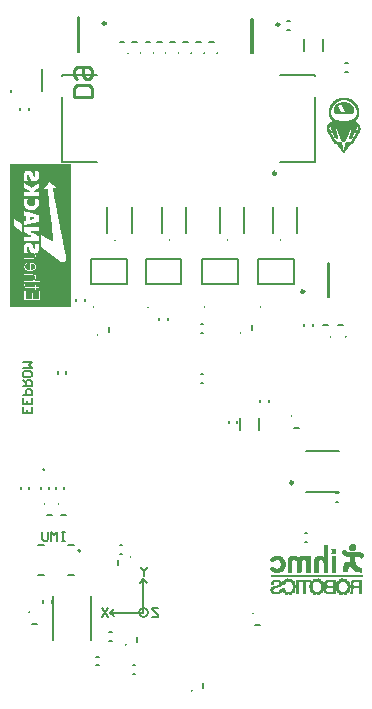
<source format=gbo>
G04*
G04 #@! TF.GenerationSoftware,Altium Limited,Altium Designer,22.8.2 (66)*
G04*
G04 Layer_Color=4175299*
%FSLAX25Y25*%
%MOIN*%
G70*
G04*
G04 #@! TF.SameCoordinates,FBB38BD8-B248-4C14-88E0-E7BD1AE39475*
G04*
G04*
G04 #@! TF.FilePolarity,Positive*
G04*
G01*
G75*
%ADD10C,0.00984*%
%ADD11C,0.00787*%
%ADD12C,0.00700*%
%ADD16C,0.00551*%
%ADD17C,0.00600*%
%ADD18C,0.00500*%
%ADD20C,0.01000*%
%ADD21C,0.00800*%
%ADD22C,0.00669*%
%ADD152C,0.00100*%
%ADD153C,0.00040*%
D10*
X32394Y224613D02*
G03*
X32394Y224613I-492J0D01*
G01*
X90268Y224213D02*
G03*
X90268Y224213I-492J0D01*
G01*
X89153Y174587D02*
G03*
X89153Y174587I-492J0D01*
G01*
X98511Y135236D02*
G03*
X98511Y135236I-492J0D01*
G01*
X94784Y71457D02*
G03*
X94784Y71457I-492J0D01*
G01*
D11*
X24016Y48825D02*
G03*
X24016Y48825I-394J0D01*
G01*
X4122Y69503D02*
Y69897D01*
X6878Y69503D02*
Y69897D01*
X3924Y195606D02*
Y196394D01*
X6876Y195606D02*
Y196394D01*
X23023Y215164D02*
X23434D01*
X23023D02*
Y226581D01*
X23434Y215164D02*
Y226581D01*
X23023D02*
X23434D01*
X18618Y69503D02*
Y69897D01*
X15862Y69503D02*
Y69897D01*
X13583Y69503D02*
Y69897D01*
X10827Y69503D02*
Y69897D01*
X112205Y211319D02*
X112992D01*
X112205Y208366D02*
X112992D01*
X33606Y21676D02*
X34394D01*
X33606Y18724D02*
X34394D01*
X29302Y13513D02*
X30090D01*
X29302Y10560D02*
X30090D01*
X41506Y10676D02*
X42294D01*
X41506Y7724D02*
X42294D01*
X14469Y31496D02*
Y32283D01*
X11516Y31496D02*
Y32283D01*
X37008Y50689D02*
X37795D01*
X37008Y47736D02*
X37795D01*
X98819Y54626D02*
X99606D01*
X98819Y51673D02*
X99606D01*
X64173Y124311D02*
X64961D01*
X64173Y121358D02*
X64961D01*
X80897Y226181D02*
X81308D01*
Y214764D02*
Y226181D01*
X80897Y214764D02*
Y226181D01*
Y214764D02*
X81308D01*
X102244Y206909D02*
Y207421D01*
X90608D02*
X102244D01*
Y178405D02*
Y199941D01*
X90608Y178405D02*
X102244D01*
X17835Y207421D02*
X29471D01*
X17835Y206909D02*
Y207421D01*
Y178405D02*
Y199941D01*
Y178405D02*
X29471D01*
X109055Y65059D02*
X109843D01*
X109055Y68012D02*
X109843D01*
X98524Y123622D02*
Y124409D01*
X101476Y123622D02*
Y124409D01*
X64173Y104823D02*
X64961D01*
X64173Y107776D02*
X64961D01*
X50098Y125591D02*
Y126378D01*
X53051Y125591D02*
Y126378D01*
X19276Y107806D02*
Y108594D01*
X16324Y107806D02*
Y108594D01*
X22424Y131906D02*
Y132694D01*
X25376Y131906D02*
Y132694D01*
X73327Y91339D02*
Y92126D01*
X76279Y91339D02*
Y92126D01*
X83957Y98425D02*
Y99213D01*
X86910Y98425D02*
Y99213D01*
X92913Y222539D02*
X93701D01*
X92913Y225492D02*
X93701D01*
X106488Y133268D02*
X106898D01*
X106488D02*
Y144685D01*
X106898D01*
Y133268D02*
Y144685D01*
X99213Y81890D02*
X110236D01*
X99213Y68504D02*
X110236D01*
D12*
X44000Y214604D02*
G03*
X44000Y214604I-100J0D01*
G01*
X11981Y64530D02*
G03*
X11981Y64530I-100J0D01*
G01*
X16623D02*
G03*
X16623Y64530I-100J0D01*
G01*
X48357Y214604D02*
G03*
X48357Y214604I-100J0D01*
G01*
X52294D02*
G03*
X52294Y214604I-100J0D01*
G01*
X56624D02*
G03*
X56624Y214604I-100J0D01*
G01*
X6900Y28300D02*
G03*
X6900Y28300I-100J0D01*
G01*
X40614Y46682D02*
G03*
X40614Y46682I-100J0D01*
G01*
X94363Y93664D02*
G03*
X94363Y93664I-100J0D01*
G01*
X77302Y121428D02*
G03*
X77302Y121428I-100J0D01*
G01*
X60955Y214604D02*
G03*
X60955Y214604I-100J0D01*
G01*
X65286D02*
G03*
X65286Y214604I-100J0D01*
G01*
X69617D02*
G03*
X69617Y214604I-100J0D01*
G01*
X39700D02*
G03*
X39700Y214604I-100J0D01*
G01*
X112530Y120116D02*
G03*
X112530Y120116I-100J0D01*
G01*
X107412D02*
G03*
X107412Y120116I-100J0D01*
G01*
X29665Y120641D02*
G03*
X29665Y120641I-100J0D01*
G01*
X81371Y27916D02*
G03*
X81371Y27916I-100J0D01*
G01*
X39113Y17491D02*
G03*
X39113Y17491I-100J0D01*
G01*
X61161Y2137D02*
G03*
X61161Y2137I-100J0D01*
G01*
X7799Y96699D02*
Y94700D01*
X4800D01*
Y96699D01*
X6300Y94700D02*
Y95700D01*
X7799Y99698D02*
Y97699D01*
X4800D01*
Y99698D01*
X6300Y97699D02*
Y98699D01*
X4800Y100698D02*
X7799D01*
Y102198D01*
X7299Y102697D01*
X6300D01*
X5800Y102198D01*
Y100698D01*
X4800Y103697D02*
X7799D01*
Y105197D01*
X7299Y105696D01*
X6300D01*
X5800Y105197D01*
Y103697D01*
Y104697D02*
X4800Y105696D01*
X7799Y108196D02*
Y107196D01*
X7299Y106696D01*
X5300D01*
X4800Y107196D01*
Y108196D01*
X5300Y108695D01*
X7299D01*
X7799Y108196D01*
X4800Y109695D02*
X7799D01*
X6799Y110695D01*
X7799Y111695D01*
X4800D01*
X49700Y29799D02*
X47701D01*
Y29299D01*
X49700Y27300D01*
Y26800D01*
X47701D01*
X33100Y29699D02*
X31101Y26700D01*
Y29699D02*
X33100Y26700D01*
X46000Y43499D02*
Y42999D01*
X45000Y42000D01*
X44001Y42999D01*
Y43499D01*
X45000Y42000D02*
Y40500D01*
X18800Y55199D02*
X17800D01*
X18300D01*
Y52200D01*
X18800D01*
X17800D01*
X16301D02*
Y55199D01*
X15301Y54199D01*
X14301Y55199D01*
Y52200D01*
X13302Y55199D02*
Y52700D01*
X12802Y52200D01*
X11802D01*
X11302Y52700D01*
Y55199D01*
D16*
X12022Y75740D02*
G03*
X12022Y75740I-276J0D01*
G01*
D17*
X46459Y28200D02*
G03*
X46459Y28200I-1500J0D01*
G01*
X65336Y130000D02*
G03*
X65336Y130000I-100J0D01*
G01*
X83934D02*
G03*
X83934Y130000I-100J0D01*
G01*
X46439D02*
G03*
X46439Y130000I-100J0D01*
G01*
X28328D02*
G03*
X28328Y130000I-100J0D01*
G01*
X72935Y152323D02*
G03*
X72935Y152323I-100J0D01*
G01*
X90651D02*
G03*
X90651Y152323I-100J0D01*
G01*
X35533D02*
G03*
X35533Y152323I-100J0D01*
G01*
X53643D02*
G03*
X53643Y152323I-100J0D01*
G01*
X44959Y39400D02*
X46177Y38064D01*
X43777D02*
X44959Y39400D01*
X33664Y28182D02*
X35000Y27000D01*
X33664Y28182D02*
X35000Y29400D01*
X33759Y28200D02*
X44959D01*
Y39400D01*
D18*
X41301Y218504D02*
X42901D01*
X12880Y60630D02*
X14480D01*
X17522D02*
X19122D01*
X45657Y218504D02*
X47257D01*
X49594D02*
X51194D01*
X53925D02*
X55525D01*
X7799Y24400D02*
X9399D01*
X19646Y50597D02*
X21654D01*
X19646Y40754D02*
X21654D01*
X9843Y50597D02*
X11850D01*
X9843Y40754D02*
X11850D01*
X36614Y44082D02*
Y45682D01*
X95262Y89763D02*
X96862D01*
X81103Y122428D02*
Y124028D01*
X58256Y218504D02*
X59856D01*
X62586D02*
X64187D01*
X66917D02*
X68517D01*
X37001D02*
X38601D01*
X14961Y18898D02*
Y33858D01*
X27559Y18898D02*
Y33858D01*
X109831Y124016D02*
X111431D01*
X104712D02*
X106312D01*
X33465Y121640D02*
Y123240D01*
X82270Y24015D02*
X83870D01*
X42914Y18491D02*
Y20091D01*
X64961Y3136D02*
Y4736D01*
D20*
X800Y201800D02*
G03*
X800Y201800I-100J0D01*
G01*
X27898Y200000D02*
X21900D01*
Y202999D01*
X22900Y203999D01*
X26898D01*
X27898Y202999D01*
Y200000D01*
X22900Y205998D02*
X21900Y206998D01*
Y208997D01*
X22900Y209997D01*
X26898D01*
X27898Y208997D01*
Y206998D01*
X26898Y205998D01*
X25899D01*
X24899Y206998D01*
Y209997D01*
D21*
X11000Y201900D02*
Y209500D01*
D22*
X104823Y215361D02*
Y219298D01*
X98327Y215361D02*
Y219298D01*
X77067Y88976D02*
Y92913D01*
X83563Y88976D02*
Y92913D01*
X76457Y137559D02*
Y145905D01*
X64567D02*
X76457D01*
X64567Y137559D02*
X76457D01*
X64567D02*
Y145905D01*
X95054Y137559D02*
Y145905D01*
X83165D02*
X95054D01*
X83165Y137559D02*
X95054D01*
X83165D02*
Y145905D01*
X57559Y137559D02*
Y145905D01*
X45669D02*
X57559D01*
X45669Y137559D02*
Y145905D01*
Y137559D02*
X57559D01*
X39449D02*
Y145905D01*
X27559D02*
X39449D01*
X27559Y137559D02*
Y145905D01*
Y137559D02*
X39449D01*
X70354Y154764D02*
Y163425D01*
X78405Y154724D02*
Y163386D01*
X96122Y154724D02*
Y163386D01*
X88071Y154764D02*
Y163425D01*
X32953Y154764D02*
Y163425D01*
X41004Y154724D02*
Y163386D01*
X59114Y154724D02*
Y163386D01*
X51063Y154764D02*
Y163425D01*
D152*
X114200Y51000D02*
X114900D01*
X114100Y50900D02*
X115000D01*
X113900Y50800D02*
X115200D01*
X105100D02*
X106200D01*
X113800Y50700D02*
X115300D01*
X105000D02*
X106300D01*
X113700Y50600D02*
X115400D01*
X105000D02*
X106300D01*
X113600Y50500D02*
X115400D01*
X105000D02*
X106300D01*
X113600Y50400D02*
X115500D01*
X105000D02*
X106300D01*
X113600Y50300D02*
X115500D01*
X105000D02*
X106300D01*
X113500Y50200D02*
X115600D01*
X105000D02*
X106300D01*
X113500Y50100D02*
X115600D01*
X105000D02*
X106300D01*
X113500Y50000D02*
X115600D01*
X105000D02*
X106300D01*
X113500Y49900D02*
X115600D01*
X105000D02*
X106300D01*
X113500Y49800D02*
X115600D01*
X105000D02*
X106300D01*
X113500Y49700D02*
X115600D01*
X105000D02*
X106300D01*
X113600Y49600D02*
X115500D01*
X105000D02*
X106300D01*
X113600Y49500D02*
X115500D01*
X107700D02*
X108900D01*
X105000D02*
X106300D01*
X113700Y49400D02*
X115400D01*
X107600D02*
X108900D01*
X105000D02*
X106300D01*
X113800Y49300D02*
X115300D01*
X107700D02*
X108900D01*
X105000D02*
X106300D01*
X113800Y49200D02*
X115200D01*
X111700D02*
X111900D01*
X107700D02*
X108900D01*
X105000D02*
X106300D01*
X114000Y49100D02*
X115100D01*
X111600D02*
X112000D01*
X107700D02*
X108900D01*
X105000D02*
X106300D01*
X114200Y49000D02*
X114900D01*
X111500D02*
X112100D01*
X107700D02*
X108900D01*
X105000D02*
X106300D01*
X111400Y48900D02*
X112200D01*
X107700D02*
X108900D01*
X105000D02*
X106300D01*
X111400Y48800D02*
X112300D01*
X107700D02*
X108900D01*
X105000D02*
X106300D01*
X111300Y48700D02*
X112500D01*
X107700D02*
X108900D01*
X105000D02*
X106300D01*
X111200Y48600D02*
X112600D01*
X107700D02*
X108900D01*
X105000D02*
X106300D01*
X111100Y48500D02*
X112900D01*
X107700D02*
X108900D01*
X105000D02*
X106300D01*
X115000Y48400D02*
X116500D01*
X111000D02*
X113200D01*
X107700D02*
X108900D01*
X105000D02*
X106300D01*
X111000Y48300D02*
X117000D01*
X107700D02*
X108900D01*
X105000D02*
X106300D01*
X111100Y48200D02*
X117200D01*
X107700D02*
X108900D01*
X105000D02*
X106300D01*
X111200Y48100D02*
X117400D01*
X107600D02*
X108900D01*
X105000D02*
X106300D01*
X111200Y48000D02*
X117600D01*
X105000D02*
X106300D01*
X111300Y47900D02*
X117800D01*
X105000D02*
X106300D01*
X111400Y47800D02*
X117900D01*
X105000D02*
X106300D01*
X111500Y47700D02*
X118100D01*
X105000D02*
X106300D01*
X111600Y47600D02*
X118200D01*
X105000D02*
X106300D01*
X111800Y47500D02*
X118300D01*
X105000D02*
X106300D01*
X112000Y47400D02*
X118200D01*
X105000D02*
X106300D01*
X112100Y47300D02*
X118100D01*
X105000D02*
X106300D01*
X112400Y47200D02*
X118100D01*
X105000D02*
X106300D01*
X112700Y47100D02*
X118000D01*
X105000D02*
X106300D01*
X116500Y47000D02*
X117900D01*
X113200D02*
X115300D01*
X105000D02*
X106300D01*
X103000D02*
X104300D01*
X97200D02*
X98600D01*
X94100D02*
X95500D01*
X88600D02*
X90200D01*
X116800Y46900D02*
X117900D01*
X113800D02*
X115300D01*
X107700D02*
X108900D01*
X105000D02*
X106300D01*
X102800D02*
X104500D01*
X99300D02*
X100600D01*
X97000D02*
X98800D01*
X93900D02*
X95700D01*
X88400D02*
X90400D01*
X117000Y46800D02*
X117800D01*
X113900D02*
X115300D01*
X107700D02*
X108900D01*
X105000D02*
X106300D01*
X102600D02*
X104700D01*
X99300D02*
X100600D01*
X96900D02*
X99000D01*
X93700D02*
X95900D01*
X88200D02*
X90700D01*
X117100Y46700D02*
X117700D01*
X113800D02*
X115300D01*
X107700D02*
X108900D01*
X105000D02*
X106300D01*
X102400D02*
X104800D01*
X99300D02*
X100600D01*
X96700D02*
X99100D01*
X93500D02*
X96000D01*
X88000D02*
X90800D01*
X117300Y46600D02*
X117600D01*
X113800D02*
X115300D01*
X107700D02*
X108900D01*
X105000D02*
X106300D01*
X102300D02*
X104900D01*
X99300D02*
X100600D01*
X96600D02*
X99200D01*
X93400D02*
X96200D01*
X87800D02*
X91000D01*
X117400Y46500D02*
X117600D01*
X113900D02*
X115300D01*
X107700D02*
X108900D01*
X105100D02*
X106300D01*
X102200D02*
X105000D01*
X96500D02*
X100600D01*
X93300D02*
X96300D01*
X87700D02*
X91100D01*
X113900Y46400D02*
X115300D01*
X107700D02*
X108900D01*
X102200D02*
X106300D01*
X96500D02*
X100600D01*
X93300D02*
X96400D01*
X87600D02*
X91200D01*
X113900Y46300D02*
X115300D01*
X107700D02*
X108900D01*
X102100D02*
X106300D01*
X93200D02*
X100600D01*
X87500D02*
X91300D01*
X113900Y46200D02*
X115300D01*
X107700D02*
X108900D01*
X102000D02*
X106300D01*
X93200D02*
X100600D01*
X87400D02*
X91400D01*
X113900Y46100D02*
X115300D01*
X107700D02*
X108900D01*
X102000D02*
X106300D01*
X93100D02*
X100600D01*
X87300D02*
X91500D01*
X113900Y46000D02*
X115300D01*
X107700D02*
X108900D01*
X101900D02*
X106300D01*
X93100D02*
X100600D01*
X87200D02*
X91500D01*
X113900Y45900D02*
X115300D01*
X107700D02*
X108900D01*
X104200D02*
X106300D01*
X101900D02*
X103600D01*
X98600D02*
X100600D01*
X95400D02*
X97900D01*
X93100D02*
X94700D01*
X89800D02*
X91600D01*
X87200D02*
X89000D01*
X113900Y45800D02*
X115300D01*
X107700D02*
X108900D01*
X104400D02*
X106300D01*
X101900D02*
X103400D01*
X98800D02*
X100600D01*
X95600D02*
X97700D01*
X93000D02*
X94500D01*
X90000D02*
X91700D01*
X87200D02*
X88800D01*
X113900Y45700D02*
X115300D01*
X107700D02*
X108900D01*
X104600D02*
X106300D01*
X101900D02*
X103300D01*
X99000D02*
X100600D01*
X95800D02*
X97600D01*
X93000D02*
X94400D01*
X90200D02*
X91700D01*
X87400D02*
X88600D01*
X113900Y45600D02*
X115300D01*
X107700D02*
X108900D01*
X104700D02*
X106300D01*
X101800D02*
X103200D01*
X99000D02*
X100600D01*
X95900D02*
X97500D01*
X93000D02*
X94300D01*
X90300D02*
X91800D01*
X87500D02*
X88400D01*
X113900Y45500D02*
X115300D01*
X107700D02*
X108900D01*
X104800D02*
X106300D01*
X101800D02*
X103200D01*
X99100D02*
X100600D01*
X96000D02*
X97500D01*
X93000D02*
X94300D01*
X90400D02*
X91800D01*
X87600D02*
X88300D01*
X113900Y45400D02*
X115300D01*
X107700D02*
X108900D01*
X104900D02*
X106300D01*
X101800D02*
X103100D01*
X99200D02*
X100600D01*
X96000D02*
X97400D01*
X93000D02*
X94300D01*
X90500D02*
X91900D01*
X87800D02*
X88200D01*
X113900Y45300D02*
X115300D01*
X107700D02*
X108900D01*
X104900D02*
X106300D01*
X101800D02*
X103100D01*
X99200D02*
X100600D01*
X96100D02*
X97400D01*
X93000D02*
X94300D01*
X90500D02*
X91900D01*
X87900D02*
X88100D01*
X113900Y45200D02*
X115400D01*
X107700D02*
X108900D01*
X104900D02*
X106300D01*
X101800D02*
X103000D01*
X99300D02*
X100600D01*
X96100D02*
X97400D01*
X93000D02*
X94200D01*
X90600D02*
X91900D01*
X113900Y45100D02*
X115400D01*
X107700D02*
X108900D01*
X105000D02*
X106300D01*
X101800D02*
X103000D01*
X99300D02*
X100600D01*
X96100D02*
X97400D01*
X93000D02*
X94200D01*
X90600D02*
X92000D01*
X112700Y45000D02*
X115400D01*
X107700D02*
X108900D01*
X105000D02*
X106300D01*
X101800D02*
X103000D01*
X99300D02*
X100600D01*
X96100D02*
X97400D01*
X93000D02*
X94200D01*
X90700D02*
X92000D01*
X112300Y44900D02*
X115400D01*
X107700D02*
X108900D01*
X105000D02*
X106300D01*
X101800D02*
X103000D01*
X99300D02*
X100600D01*
X96100D02*
X97400D01*
X93000D02*
X94200D01*
X90700D02*
X92000D01*
X112100Y44800D02*
X115400D01*
X107700D02*
X108900D01*
X105000D02*
X106300D01*
X101800D02*
X103000D01*
X99300D02*
X100600D01*
X96100D02*
X97400D01*
X93000D02*
X94200D01*
X90700D02*
X92000D01*
X112000Y44700D02*
X115500D01*
X107700D02*
X108900D01*
X105000D02*
X106300D01*
X101800D02*
X103000D01*
X99300D02*
X100600D01*
X96100D02*
X97400D01*
X93000D02*
X94200D01*
X90700D02*
X92000D01*
X111900Y44600D02*
X115500D01*
X107700D02*
X108900D01*
X105000D02*
X106300D01*
X101800D02*
X103000D01*
X99300D02*
X100600D01*
X96100D02*
X97400D01*
X93000D02*
X94200D01*
X90800D02*
X92100D01*
X111900Y44500D02*
X115400D01*
X107700D02*
X108900D01*
X105000D02*
X106300D01*
X101800D02*
X103000D01*
X99300D02*
X100600D01*
X96100D02*
X97400D01*
X93000D02*
X94200D01*
X90800D02*
X92100D01*
X111800Y44400D02*
X115500D01*
X107700D02*
X108900D01*
X105000D02*
X106300D01*
X101800D02*
X103000D01*
X99300D02*
X100600D01*
X96100D02*
X97400D01*
X93000D02*
X94200D01*
X90800D02*
X92100D01*
X111800Y44300D02*
X115500D01*
X107700D02*
X108900D01*
X105000D02*
X106300D01*
X101800D02*
X103000D01*
X99300D02*
X100600D01*
X96100D02*
X97400D01*
X93000D02*
X94200D01*
X90800D02*
X92100D01*
X111700Y44200D02*
X115600D01*
X107700D02*
X108900D01*
X105000D02*
X106300D01*
X101800D02*
X103000D01*
X99300D02*
X100600D01*
X96100D02*
X97400D01*
X93000D02*
X94200D01*
X90800D02*
X92100D01*
X111700Y44100D02*
X115600D01*
X107700D02*
X108900D01*
X105000D02*
X106300D01*
X101800D02*
X103000D01*
X99300D02*
X100600D01*
X96100D02*
X97400D01*
X93000D02*
X94200D01*
X90700D02*
X92000D01*
X111700Y44000D02*
X115600D01*
X107700D02*
X108900D01*
X105000D02*
X106300D01*
X101800D02*
X103000D01*
X99300D02*
X100600D01*
X96100D02*
X97400D01*
X93000D02*
X94200D01*
X90700D02*
X92000D01*
X111700Y43900D02*
X115700D01*
X107700D02*
X108900D01*
X105000D02*
X106300D01*
X101800D02*
X103000D01*
X99300D02*
X100600D01*
X96100D02*
X97400D01*
X93000D02*
X94200D01*
X90700D02*
X92000D01*
X111600Y43800D02*
X115700D01*
X107700D02*
X108900D01*
X105000D02*
X106300D01*
X101800D02*
X103000D01*
X99300D02*
X100600D01*
X96100D02*
X97400D01*
X93000D02*
X94200D01*
X90700D02*
X92000D01*
X111600Y43700D02*
X115900D01*
X107700D02*
X108900D01*
X105000D02*
X106300D01*
X101800D02*
X103000D01*
X99300D02*
X100600D01*
X96100D02*
X97400D01*
X93000D02*
X94200D01*
X90600D02*
X92000D01*
X114000Y43600D02*
X116100D01*
X111600D02*
X113200D01*
X107700D02*
X108900D01*
X105000D02*
X106300D01*
X101800D02*
X103000D01*
X99300D02*
X100600D01*
X96100D02*
X97400D01*
X93000D02*
X94200D01*
X90600D02*
X91900D01*
X114200Y43500D02*
X116300D01*
X111600D02*
X113100D01*
X107700D02*
X108900D01*
X105000D02*
X106300D01*
X101800D02*
X103000D01*
X99300D02*
X100600D01*
X96100D02*
X97400D01*
X93000D02*
X94200D01*
X90600D02*
X91900D01*
X87800D02*
X88000D01*
X114300Y43400D02*
X116600D01*
X111600D02*
X113000D01*
X107700D02*
X108900D01*
X105000D02*
X106300D01*
X101800D02*
X103000D01*
X99300D02*
X100600D01*
X96100D02*
X97400D01*
X93000D02*
X94200D01*
X90500D02*
X91900D01*
X87600D02*
X88100D01*
X114400Y43300D02*
X116900D01*
X111600D02*
X113000D01*
X107700D02*
X108900D01*
X105000D02*
X106300D01*
X101800D02*
X103000D01*
X99300D02*
X100600D01*
X96100D02*
X97400D01*
X93000D02*
X94200D01*
X90400D02*
X91900D01*
X87500D02*
X88200D01*
X114400Y43200D02*
X117300D01*
X111600D02*
X113000D01*
X107700D02*
X108900D01*
X105000D02*
X106300D01*
X101800D02*
X103000D01*
X99300D02*
X100600D01*
X96100D02*
X97400D01*
X93000D02*
X94200D01*
X90400D02*
X91800D01*
X87400D02*
X88300D01*
X114500Y43100D02*
X117500D01*
X111600D02*
X113000D01*
X107700D02*
X108900D01*
X105000D02*
X106300D01*
X101800D02*
X103000D01*
X99300D02*
X100600D01*
X96100D02*
X97400D01*
X93000D02*
X94200D01*
X90200D02*
X91800D01*
X87200D02*
X88500D01*
X114600Y43000D02*
X117500D01*
X111500D02*
X112900D01*
X107700D02*
X108900D01*
X105000D02*
X106300D01*
X101800D02*
X103000D01*
X99300D02*
X100600D01*
X96100D02*
X97400D01*
X93000D02*
X94200D01*
X90100D02*
X91700D01*
X87100D02*
X88600D01*
X114700Y42900D02*
X117500D01*
X111500D02*
X112900D01*
X107700D02*
X108900D01*
X105000D02*
X106300D01*
X101800D02*
X103000D01*
X99300D02*
X100600D01*
X96100D02*
X97400D01*
X93000D02*
X94200D01*
X89800D02*
X91700D01*
X87100D02*
X88900D01*
X114800Y42800D02*
X117500D01*
X111500D02*
X112900D01*
X107700D02*
X108900D01*
X105000D02*
X106300D01*
X101800D02*
X103000D01*
X99300D02*
X100600D01*
X96100D02*
X97400D01*
X93000D02*
X94200D01*
X87100D02*
X91600D01*
X114900Y42700D02*
X117500D01*
X111500D02*
X112900D01*
X107700D02*
X108900D01*
X105000D02*
X106300D01*
X101800D02*
X103000D01*
X99300D02*
X100600D01*
X96100D02*
X97400D01*
X93000D02*
X94200D01*
X87200D02*
X91500D01*
X115000Y42600D02*
X117500D01*
X111500D02*
X112900D01*
X107700D02*
X108900D01*
X105000D02*
X106300D01*
X101800D02*
X103000D01*
X99300D02*
X100600D01*
X96100D02*
X97400D01*
X93000D02*
X94200D01*
X87300D02*
X91500D01*
X115100Y42500D02*
X117500D01*
X111500D02*
X112900D01*
X107700D02*
X108900D01*
X105000D02*
X106300D01*
X101800D02*
X103000D01*
X99300D02*
X100600D01*
X96100D02*
X97400D01*
X93000D02*
X94200D01*
X87400D02*
X91400D01*
X115200Y42400D02*
X117500D01*
X111500D02*
X112900D01*
X107700D02*
X108900D01*
X105000D02*
X106300D01*
X101800D02*
X103000D01*
X99300D02*
X100600D01*
X96100D02*
X97400D01*
X93000D02*
X94200D01*
X87500D02*
X91300D01*
X115400Y42300D02*
X117500D01*
X111500D02*
X112800D01*
X107700D02*
X108900D01*
X105000D02*
X106300D01*
X101800D02*
X103000D01*
X99300D02*
X100600D01*
X96100D02*
X97400D01*
X93000D02*
X94200D01*
X87700D02*
X91200D01*
X115600Y42200D02*
X117500D01*
X111500D02*
X112800D01*
X107700D02*
X108900D01*
X105000D02*
X106300D01*
X101800D02*
X103000D01*
X99300D02*
X100600D01*
X96100D02*
X97400D01*
X93000D02*
X94200D01*
X87800D02*
X91100D01*
X115900Y42100D02*
X117500D01*
X111500D02*
X112800D01*
X107700D02*
X108900D01*
X105000D02*
X106300D01*
X101800D02*
X103000D01*
X99300D02*
X100600D01*
X96100D02*
X97400D01*
X93000D02*
X94200D01*
X87900D02*
X90900D01*
X116200Y42000D02*
X117500D01*
X111500D02*
X112800D01*
X107700D02*
X108900D01*
X105000D02*
X106300D01*
X101800D02*
X103000D01*
X99300D02*
X100600D01*
X96100D02*
X97400D01*
X93000D02*
X94200D01*
X88100D02*
X90800D01*
X116600Y41900D02*
X117500D01*
X107700D02*
X108900D01*
X105000D02*
X106300D01*
X101800D02*
X103000D01*
X99300D02*
X100600D01*
X96100D02*
X97400D01*
X93000D02*
X94300D01*
X88300D02*
X90600D01*
X117300Y41800D02*
X117500D01*
X107700D02*
X108900D01*
X105100D02*
X106300D01*
X101800D02*
X103000D01*
X99300D02*
X100500D01*
X96200D02*
X97300D01*
X93000D02*
X94200D01*
X88500D02*
X90300D01*
X88900Y41700D02*
X90000D01*
X117300Y40600D02*
X117700D01*
X117000D02*
X117200D01*
X116700D02*
X116900D01*
X115900D02*
X116600D01*
X115600D02*
X115800D01*
X115300D02*
X115500D01*
X115000D02*
X115200D01*
X114200D02*
X114900D01*
X113900D02*
X114100D01*
X113600D02*
X113800D01*
X113300D02*
X113500D01*
X112500D02*
X113200D01*
X112200D02*
X112400D01*
X111900D02*
X112100D01*
X111600D02*
X111800D01*
X111300D02*
X111500D01*
X110200D02*
X111200D01*
X109900D02*
X110100D01*
X109600D02*
X109800D01*
X108800D02*
X109500D01*
X108500D02*
X108700D01*
X108200D02*
X108400D01*
X107900D02*
X108100D01*
X107600D02*
X107800D01*
X106800D02*
X107500D01*
X106500D02*
X106700D01*
X106200D02*
X106400D01*
X105900D02*
X106100D01*
X105100D02*
X105800D01*
X104800D02*
X105000D01*
X104500D02*
X104700D01*
X104200D02*
X104400D01*
X103900D02*
X104100D01*
X103400D02*
X103800D01*
X102800D02*
X103300D01*
X102500D02*
X102700D01*
X102200D02*
X102400D01*
X101100D02*
X102100D01*
X100800D02*
X101000D01*
X100500D02*
X100700D01*
X99700D02*
X100400D01*
X99400D02*
X99600D01*
X99100D02*
X99300D01*
X98800D02*
X99000D01*
X98500D02*
X98700D01*
X97700D02*
X98400D01*
X97400D02*
X97600D01*
X97100D02*
X97300D01*
X96800D02*
X97000D01*
X96000D02*
X96700D01*
X95700D02*
X95900D01*
X95400D02*
X95600D01*
X95100D02*
X95300D01*
X94800D02*
X95000D01*
X94300D02*
X94700D01*
X93700D02*
X94200D01*
X93400D02*
X93600D01*
X93100D02*
X93300D01*
X92000D02*
X93000D01*
X91700D02*
X91900D01*
X91400D02*
X91600D01*
X90600D02*
X91300D01*
X90300D02*
X90500D01*
X90000D02*
X90200D01*
X89700D02*
X89900D01*
X89400D02*
X89600D01*
X88600D02*
X89300D01*
X88300D02*
X88500D01*
X88000D02*
X88200D01*
X87700D02*
X87900D01*
X87400D02*
X87600D01*
X117600Y40500D02*
X117700D01*
X117300D02*
X117500D01*
X117000D02*
X117200D01*
X116200D02*
X116900D01*
X115900D02*
X116100D01*
X115600D02*
X115800D01*
X115000D02*
X115500D01*
X114500D02*
X114900D01*
X114200D02*
X114400D01*
X113900D02*
X114100D01*
X113300D02*
X113800D01*
X112500D02*
X113200D01*
X112200D02*
X112400D01*
X111900D02*
X112100D01*
X111600D02*
X111800D01*
X110800D02*
X111500D01*
X110500D02*
X110700D01*
X110200D02*
X110400D01*
X109600D02*
X110100D01*
X108800D02*
X109500D01*
X108500D02*
X108700D01*
X108200D02*
X108400D01*
X107900D02*
X108100D01*
X107100D02*
X107800D01*
X106800D02*
X107000D01*
X106500D02*
X106700D01*
X105900D02*
X106400D01*
X105100D02*
X105800D01*
X104800D02*
X105000D01*
X104200D02*
X104700D01*
X103400D02*
X104100D01*
X103100D02*
X103300D01*
X102800D02*
X103000D01*
X102500D02*
X102700D01*
X101700D02*
X102400D01*
X101100D02*
X101600D01*
X100500D02*
X101000D01*
X99700D02*
X100400D01*
X99400D02*
X99600D01*
X99100D02*
X99300D01*
X98800D02*
X99000D01*
X98000D02*
X98700D01*
X97700D02*
X97900D01*
X97400D02*
X97600D01*
X96800D02*
X97300D01*
X96000D02*
X96700D01*
X95700D02*
X95900D01*
X95100D02*
X95600D01*
X94300D02*
X95000D01*
X94000D02*
X94200D01*
X93700D02*
X93900D01*
X93400D02*
X93600D01*
X92600D02*
X93300D01*
X92000D02*
X92500D01*
X91400D02*
X91900D01*
X90600D02*
X91300D01*
X90300D02*
X90500D01*
X90000D02*
X90200D01*
X89700D02*
X89900D01*
X88900D02*
X89600D01*
X88600D02*
X88800D01*
X88300D02*
X88500D01*
X87700D02*
X88200D01*
X87400D02*
X87600D01*
X110900Y39600D02*
X111000D01*
X103000D02*
X103100D01*
X92700D02*
X92800D01*
X111700Y39500D02*
X112100D01*
X110600D02*
X111000D01*
X103000D02*
X103400D01*
X101800D02*
X102300D01*
X93500D02*
X94000D01*
X92400D02*
X92800D01*
X111700Y39400D02*
X112400D01*
X110400D02*
X111100D01*
X102900D02*
X103600D01*
X101600D02*
X102300D01*
X93500D02*
X94200D01*
X92200D02*
X92900D01*
X110300Y39300D02*
X112400D01*
X101500D02*
X103700D01*
X92100D02*
X94300D01*
X110300Y39200D02*
X112400D01*
X101600D02*
X103600D01*
X92200D02*
X94200D01*
X88700D02*
X89700D01*
X114800Y39100D02*
X117400D01*
X110400D02*
X112400D01*
X106100D02*
X108600D01*
X101600D02*
X103600D01*
X96700D02*
X100400D01*
X95900D02*
X96400D01*
X92200D02*
X94200D01*
X88300D02*
X90000D01*
X114500Y39000D02*
X117400D01*
X110300D02*
X112400D01*
X105800D02*
X108700D01*
X101500D02*
X103600D01*
X96700D02*
X100400D01*
X95900D02*
X96400D01*
X92100D02*
X94200D01*
X88100D02*
X90200D01*
X114400Y38900D02*
X117400D01*
X110100D02*
X112600D01*
X105700D02*
X108700D01*
X101400D02*
X103800D01*
X96700D02*
X100400D01*
X95900D02*
X96400D01*
X91900D02*
X94400D01*
X88000D02*
X90300D01*
X114300Y38800D02*
X117400D01*
X113000D02*
X113100D01*
X110000D02*
X112700D01*
X109600D02*
X109800D01*
X105600D02*
X108700D01*
X104200D02*
X104300D01*
X101300D02*
X104000D01*
X100900D02*
X101000D01*
X96700D02*
X100400D01*
X95900D02*
X96400D01*
X94800D02*
X94900D01*
X91800D02*
X94500D01*
X91500D02*
X91600D01*
X87900D02*
X90400D01*
X116900Y38700D02*
X117400D01*
X114200D02*
X115200D01*
X112900D02*
X113200D01*
X112000D02*
X112800D01*
X109600D02*
X110700D01*
X108200D02*
X108700D01*
X105500D02*
X106500D01*
X104100D02*
X104400D01*
X103200D02*
X104000D01*
X100800D02*
X102000D01*
X98300D02*
X98800D01*
X95900D02*
X96400D01*
X94700D02*
X95000D01*
X93700D02*
X94600D01*
X91400D02*
X92600D01*
X89800D02*
X90500D01*
X87800D02*
X88600D01*
X116900Y38600D02*
X117400D01*
X114100D02*
X114800D01*
X112200D02*
X113200D01*
X109500D02*
X110500D01*
X108100D02*
X108700D01*
X105400D02*
X106100D01*
X103400D02*
X104500D01*
X100800D02*
X101800D01*
X98300D02*
X98800D01*
X95900D02*
X96400D01*
X93900D02*
X95100D01*
X91300D02*
X92400D01*
X90000D02*
X90600D01*
X87700D02*
X88400D01*
X116900Y38500D02*
X117400D01*
X114100D02*
X114700D01*
X112300D02*
X113300D01*
X109500D02*
X110400D01*
X108100D02*
X108700D01*
X105300D02*
X106000D01*
X103600D02*
X104500D01*
X100700D02*
X101600D01*
X98300D02*
X98800D01*
X95900D02*
X96400D01*
X94100D02*
X95100D01*
X91300D02*
X92200D01*
X90100D02*
X90600D01*
X87600D02*
X88300D01*
X116900Y38400D02*
X117400D01*
X114000D02*
X114600D01*
X112500D02*
X113400D01*
X109400D02*
X110300D01*
X108100D02*
X108700D01*
X105300D02*
X105900D01*
X103700D02*
X104600D01*
X100600D02*
X101500D01*
X98300D02*
X98800D01*
X95900D02*
X96400D01*
X94200D02*
X95200D01*
X91200D02*
X92100D01*
X90100D02*
X90700D01*
X87600D02*
X88200D01*
X116900Y38300D02*
X117400D01*
X114000D02*
X114500D01*
X112500D02*
X113400D01*
X109300D02*
X110200D01*
X108100D02*
X108700D01*
X105300D02*
X105800D01*
X103800D02*
X104700D01*
X100600D02*
X101400D01*
X98300D02*
X98800D01*
X95900D02*
X96400D01*
X94300D02*
X95200D01*
X91100D02*
X92000D01*
X90200D02*
X90700D01*
X87600D02*
X88100D01*
X116900Y38200D02*
X117400D01*
X114000D02*
X114500D01*
X112600D02*
X113500D01*
X109300D02*
X110100D01*
X108100D02*
X108700D01*
X105300D02*
X105800D01*
X103900D02*
X104700D01*
X100500D02*
X101300D01*
X98300D02*
X98800D01*
X95900D02*
X96400D01*
X94400D02*
X95300D01*
X91100D02*
X92000D01*
X90200D02*
X90700D01*
X87500D02*
X88100D01*
X116900Y38100D02*
X117400D01*
X114000D02*
X114500D01*
X112700D02*
X113400D01*
X109400D02*
X110100D01*
X108100D02*
X108700D01*
X105200D02*
X105800D01*
X103900D02*
X104600D01*
X100600D02*
X101300D01*
X98300D02*
X98800D01*
X95900D02*
X96400D01*
X94400D02*
X95200D01*
X91200D02*
X91900D01*
X90200D02*
X90800D01*
X87500D02*
X88000D01*
X116900Y38000D02*
X117400D01*
X114000D02*
X114500D01*
X112700D02*
X113300D01*
X109500D02*
X110000D01*
X108100D02*
X108700D01*
X105200D02*
X105800D01*
X104000D02*
X104500D01*
X100700D02*
X101200D01*
X98300D02*
X98800D01*
X95900D02*
X96400D01*
X94500D02*
X95100D01*
X91300D02*
X91900D01*
X90200D02*
X90800D01*
X87500D02*
X88000D01*
X116900Y37900D02*
X117400D01*
X114000D02*
X114500D01*
X112800D02*
X113300D01*
X109400D02*
X109900D01*
X108100D02*
X108700D01*
X105200D02*
X105800D01*
X104000D02*
X104600D01*
X100600D02*
X101200D01*
X98300D02*
X98800D01*
X95900D02*
X96400D01*
X94500D02*
X95100D01*
X91300D02*
X91800D01*
X90200D02*
X90800D01*
X87500D02*
X88000D01*
X116900Y37800D02*
X117400D01*
X114000D02*
X114500D01*
X112900D02*
X113400D01*
X109300D02*
X109900D01*
X108100D02*
X108700D01*
X105300D02*
X105800D01*
X104100D02*
X104600D01*
X100600D02*
X101200D01*
X98300D02*
X98800D01*
X95900D02*
X96400D01*
X94600D02*
X95100D01*
X91300D02*
X91800D01*
X90200D02*
X90800D01*
X87500D02*
X88000D01*
X116900Y37700D02*
X117400D01*
X114000D02*
X114500D01*
X112900D02*
X113400D01*
X109300D02*
X109900D01*
X108100D02*
X108700D01*
X105300D02*
X105800D01*
X104100D02*
X104700D01*
X100600D02*
X101100D01*
X98300D02*
X98800D01*
X95900D02*
X96400D01*
X94600D02*
X95200D01*
X90200D02*
X90700D01*
X116900Y37600D02*
X117400D01*
X114000D02*
X114500D01*
X112900D02*
X113400D01*
X109300D02*
X109900D01*
X108100D02*
X108700D01*
X105400D02*
X105800D01*
X104100D02*
X104700D01*
X100600D02*
X101100D01*
X98300D02*
X98800D01*
X95900D02*
X96400D01*
X94600D02*
X95200D01*
X90100D02*
X90700D01*
X116900Y37500D02*
X117400D01*
X114000D02*
X114500D01*
X112900D02*
X113400D01*
X109300D02*
X109800D01*
X108100D02*
X108700D01*
X105400D02*
X105900D01*
X104100D02*
X104700D01*
X100500D02*
X101000D01*
X98300D02*
X98800D01*
X95900D02*
X96400D01*
X94700D02*
X95200D01*
X90000D02*
X90700D01*
X116900Y37400D02*
X117400D01*
X114100D02*
X114600D01*
X113000D02*
X113500D01*
X109300D02*
X109800D01*
X108100D02*
X108700D01*
X105500D02*
X106000D01*
X104200D02*
X104700D01*
X100500D02*
X101000D01*
X98300D02*
X98800D01*
X95900D02*
X96400D01*
X94700D02*
X95200D01*
X89800D02*
X90600D01*
X116900Y37300D02*
X117400D01*
X114100D02*
X114700D01*
X113000D02*
X113700D01*
X109000D02*
X109800D01*
X108100D02*
X108700D01*
X105600D02*
X106200D01*
X104200D02*
X105000D01*
X100200D02*
X101000D01*
X98300D02*
X98800D01*
X95900D02*
X96400D01*
X94700D02*
X95600D01*
X89400D02*
X90500D01*
X116900Y37200D02*
X117400D01*
X114200D02*
X114800D01*
X113000D02*
X113800D01*
X109000D02*
X109800D01*
X105700D02*
X108700D01*
X104200D02*
X105000D01*
X100200D02*
X101000D01*
X98300D02*
X98800D01*
X95900D02*
X96400D01*
X94700D02*
X95600D01*
X89100D02*
X90400D01*
X116900Y37100D02*
X117400D01*
X114300D02*
X115100D01*
X113000D02*
X113800D01*
X109000D02*
X109700D01*
X105800D02*
X108700D01*
X104200D02*
X105000D01*
X100200D02*
X101000D01*
X98300D02*
X98800D01*
X95900D02*
X96400D01*
X94700D02*
X95600D01*
X88600D02*
X90300D01*
X114400Y37000D02*
X117400D01*
X113000D02*
X113800D01*
X109000D02*
X109700D01*
X105800D02*
X108700D01*
X104200D02*
X105000D01*
X100200D02*
X101000D01*
X98300D02*
X98800D01*
X95900D02*
X96400D01*
X94700D02*
X95600D01*
X88300D02*
X90200D01*
X114500Y36900D02*
X117400D01*
X113000D02*
X113800D01*
X109000D02*
X109700D01*
X105600D02*
X108700D01*
X104200D02*
X105000D01*
X100200D02*
X101000D01*
X98300D02*
X98800D01*
X95900D02*
X96400D01*
X94700D02*
X95600D01*
X88000D02*
X89900D01*
X114700Y36800D02*
X117400D01*
X113000D02*
X113800D01*
X109000D02*
X109700D01*
X105500D02*
X108700D01*
X104200D02*
X105000D01*
X100200D02*
X101000D01*
X98300D02*
X98800D01*
X95900D02*
X96400D01*
X94700D02*
X95600D01*
X87900D02*
X89600D01*
X114400Y36700D02*
X117400D01*
X113000D02*
X113800D01*
X109000D02*
X109700D01*
X108200D02*
X108700D01*
X105400D02*
X106100D01*
X104200D02*
X105000D01*
X100200D02*
X101000D01*
X98300D02*
X98800D01*
X95900D02*
X96400D01*
X94700D02*
X95600D01*
X87700D02*
X89100D01*
X114300Y36600D02*
X117400D01*
X113000D02*
X113800D01*
X109000D02*
X109700D01*
X108100D02*
X108700D01*
X105300D02*
X106000D01*
X104200D02*
X105000D01*
X100200D02*
X101000D01*
X98300D02*
X98800D01*
X95900D02*
X96400D01*
X94700D02*
X95600D01*
X87600D02*
X88800D01*
X116900Y36500D02*
X117400D01*
X114200D02*
X114900D01*
X113000D02*
X113500D01*
X109300D02*
X109800D01*
X108100D02*
X108700D01*
X105200D02*
X105800D01*
X104200D02*
X104700D01*
X100500D02*
X101000D01*
X98300D02*
X98800D01*
X95900D02*
X96400D01*
X94700D02*
X95200D01*
X87500D02*
X88400D01*
X116900Y36400D02*
X117400D01*
X114200D02*
X114800D01*
X113000D02*
X113500D01*
X109300D02*
X109800D01*
X108100D02*
X108700D01*
X105200D02*
X105700D01*
X104200D02*
X104700D01*
X100500D02*
X101000D01*
X98300D02*
X98800D01*
X95900D02*
X96400D01*
X94700D02*
X95200D01*
X87400D02*
X88200D01*
X116900Y36300D02*
X117400D01*
X114100D02*
X114700D01*
X112900D02*
X113400D01*
X109300D02*
X109800D01*
X108100D02*
X108700D01*
X105100D02*
X105700D01*
X104100D02*
X104700D01*
X100500D02*
X101000D01*
X98300D02*
X98800D01*
X95900D02*
X96400D01*
X94700D02*
X95200D01*
X91200D02*
X91700D01*
X87400D02*
X88000D01*
X116900Y36200D02*
X117400D01*
X114100D02*
X114600D01*
X112900D02*
X113400D01*
X109300D02*
X109800D01*
X108100D02*
X108700D01*
X105100D02*
X105600D01*
X104100D02*
X104700D01*
X100600D02*
X101100D01*
X98300D02*
X98800D01*
X95900D02*
X96400D01*
X94700D02*
X95200D01*
X91200D02*
X91700D01*
X87400D02*
X88000D01*
X116900Y36100D02*
X117400D01*
X114100D02*
X114600D01*
X112900D02*
X113400D01*
X109300D02*
X109900D01*
X108100D02*
X108700D01*
X105100D02*
X105600D01*
X104100D02*
X104700D01*
X100600D02*
X101100D01*
X98300D02*
X98800D01*
X95900D02*
X96400D01*
X94600D02*
X95200D01*
X91300D02*
X91800D01*
X90400D02*
X90900D01*
X87400D02*
X87900D01*
X116900Y36000D02*
X117400D01*
X114000D02*
X114600D01*
X112800D02*
X113400D01*
X109300D02*
X109900D01*
X108100D02*
X108700D01*
X105100D02*
X105600D01*
X104100D02*
X104600D01*
X100600D02*
X101100D01*
X98300D02*
X98800D01*
X95900D02*
X96400D01*
X94600D02*
X95100D01*
X91300D02*
X91800D01*
X90400D02*
X90900D01*
X87300D02*
X87900D01*
X116900Y35900D02*
X117400D01*
X114000D02*
X114500D01*
X112800D02*
X113300D01*
X109400D02*
X109900D01*
X108100D02*
X108700D01*
X105100D02*
X105600D01*
X104000D02*
X104600D01*
X100600D02*
X101200D01*
X98300D02*
X98800D01*
X95900D02*
X96400D01*
X94600D02*
X95100D01*
X91300D02*
X91900D01*
X90400D02*
X90900D01*
X87300D02*
X87800D01*
X116900Y35800D02*
X117400D01*
X114000D02*
X114500D01*
X112700D02*
X113400D01*
X109400D02*
X110000D01*
X108100D02*
X108700D01*
X105100D02*
X105600D01*
X104000D02*
X104600D01*
X100600D02*
X101200D01*
X98300D02*
X98800D01*
X95900D02*
X96400D01*
X94500D02*
X95200D01*
X91200D02*
X91900D01*
X90400D02*
X90900D01*
X87300D02*
X87800D01*
X116900Y35700D02*
X117400D01*
X114000D02*
X114500D01*
X112700D02*
X113500D01*
X109300D02*
X110100D01*
X108100D02*
X108700D01*
X105100D02*
X105600D01*
X103900D02*
X104700D01*
X100500D02*
X101300D01*
X98300D02*
X98800D01*
X95900D02*
X96400D01*
X94500D02*
X95300D01*
X91100D02*
X91900D01*
X90300D02*
X90900D01*
X87300D02*
X87800D01*
X116900Y35600D02*
X117400D01*
X114000D02*
X114500D01*
X112600D02*
X113400D01*
X109300D02*
X110100D01*
X108100D02*
X108700D01*
X105100D02*
X105600D01*
X103900D02*
X104700D01*
X100600D02*
X101400D01*
X98300D02*
X98800D01*
X95900D02*
X96400D01*
X94400D02*
X95200D01*
X91100D02*
X92000D01*
X90300D02*
X90900D01*
X87300D02*
X87900D01*
X116900Y35500D02*
X117400D01*
X114000D02*
X114500D01*
X112500D02*
X113400D01*
X109400D02*
X110200D01*
X108100D02*
X108700D01*
X105200D02*
X105700D01*
X103800D02*
X104600D01*
X100600D02*
X101400D01*
X98300D02*
X98800D01*
X95900D02*
X96400D01*
X94300D02*
X95200D01*
X91200D02*
X92000D01*
X90200D02*
X90800D01*
X87400D02*
X87900D01*
X116900Y35400D02*
X117400D01*
X114000D02*
X114500D01*
X112400D02*
X113300D01*
X109500D02*
X110300D01*
X108100D02*
X108700D01*
X105200D02*
X105800D01*
X103700D02*
X104500D01*
X100700D02*
X101600D01*
X98300D02*
X98800D01*
X95900D02*
X96400D01*
X94200D02*
X95100D01*
X91300D02*
X92100D01*
X90200D02*
X90800D01*
X87400D02*
X88000D01*
X116900Y35300D02*
X117400D01*
X114000D02*
X114500D01*
X112300D02*
X113200D01*
X109500D02*
X110400D01*
X108100D02*
X108700D01*
X105200D02*
X105900D01*
X103600D02*
X104500D01*
X100800D02*
X101700D01*
X98300D02*
X98800D01*
X95900D02*
X96400D01*
X94100D02*
X95100D01*
X91300D02*
X92300D01*
X90100D02*
X90700D01*
X87400D02*
X88100D01*
X116900Y35200D02*
X117400D01*
X114000D02*
X114500D01*
X112100D02*
X113200D01*
X109600D02*
X110600D01*
X108100D02*
X108700D01*
X105300D02*
X106000D01*
X103400D02*
X104400D01*
X100800D02*
X101900D01*
X98300D02*
X98800D01*
X95900D02*
X96400D01*
X94000D02*
X95000D01*
X91400D02*
X92400D01*
X90000D02*
X90700D01*
X87500D02*
X88200D01*
X116900Y35100D02*
X117400D01*
X114000D02*
X114500D01*
X113000D02*
X113100D01*
X112000D02*
X112800D01*
X109900D02*
X110800D01*
X109600D02*
X109800D01*
X108200D02*
X108700D01*
X105400D02*
X106300D01*
X104200D02*
X104300D01*
X103200D02*
X104100D01*
X101100D02*
X102000D01*
X100900D02*
X101000D01*
X98300D02*
X98800D01*
X95900D02*
X96400D01*
X94800D02*
X94900D01*
X93800D02*
X94600D01*
X91700D02*
X92600D01*
X91500D02*
X91600D01*
X89800D02*
X90600D01*
X87600D02*
X88400D01*
X116900Y35000D02*
X117400D01*
X114000D02*
X114500D01*
X110000D02*
X112700D01*
X105500D02*
X108700D01*
X101300D02*
X103900D01*
X98300D02*
X98800D01*
X95900D02*
X96400D01*
X91900D02*
X94500D01*
X89200D02*
X90500D01*
X87700D02*
X88800D01*
X116900Y34900D02*
X117400D01*
X113900D02*
X114500D01*
X110100D02*
X112600D01*
X105600D02*
X108700D01*
X101400D02*
X103800D01*
X98300D02*
X98800D01*
X95900D02*
X96400D01*
X92000D02*
X94400D01*
X87800D02*
X90400D01*
X116900Y34800D02*
X117400D01*
X113900D02*
X114400D01*
X110300D02*
X112400D01*
X105800D02*
X108700D01*
X101600D02*
X103600D01*
X98300D02*
X98800D01*
X95900D02*
X96400D01*
X92100D02*
X94200D01*
X87900D02*
X90200D01*
X116900Y34700D02*
X117400D01*
X113800D02*
X114400D01*
X110400D02*
X112400D01*
X106000D02*
X108700D01*
X101600D02*
X103600D01*
X98300D02*
X98800D01*
X95900D02*
X96400D01*
X92200D02*
X94200D01*
X88100D02*
X90100D01*
X110300Y34600D02*
X112400D01*
X101500D02*
X103700D01*
X92100D02*
X94300D01*
X88500D02*
X89700D01*
X111700Y34500D02*
X112400D01*
X110300D02*
X111100D01*
X102900D02*
X103600D01*
X101600D02*
X102300D01*
X93500D02*
X94200D01*
X92100D02*
X92900D01*
X111700Y34400D02*
X112100D01*
X110600D02*
X111000D01*
X103000D02*
X103300D01*
X101900D02*
X102300D01*
X93500D02*
X93900D01*
X92500D02*
X92800D01*
X111800Y34300D02*
X111900D01*
X110800D02*
X111000D01*
X103000D02*
X103100D01*
X102100D02*
X102200D01*
X93600D02*
X93700D01*
X92700D02*
X92800D01*
X20600Y130500D02*
Y177700D01*
X20500Y130500D02*
Y177700D01*
X20400Y130500D02*
Y177700D01*
X20300Y130500D02*
Y177700D01*
X20200Y130500D02*
Y177700D01*
X20100Y130500D02*
Y177700D01*
X20000Y130500D02*
Y177700D01*
X19900Y130500D02*
Y177700D01*
X19800Y130500D02*
Y177700D01*
X19700Y130500D02*
Y177700D01*
X19600Y130500D02*
Y177700D01*
X19500Y130500D02*
Y177700D01*
X19400Y130500D02*
Y177700D01*
X19300Y130500D02*
Y177700D01*
X19200Y130500D02*
Y146300D01*
Y146500D02*
Y177700D01*
X19100Y130500D02*
Y146000D01*
Y147000D02*
Y177700D01*
X19000Y130500D02*
Y145700D01*
Y147400D02*
Y177700D01*
X18900Y130500D02*
Y145500D01*
Y147900D02*
Y177700D01*
X18800Y130500D02*
Y145400D01*
Y148300D02*
Y177700D01*
X18700Y130500D02*
Y145300D01*
Y149000D02*
Y177700D01*
X18600Y130500D02*
Y145200D01*
Y149500D02*
Y177700D01*
X18500Y130500D02*
Y145100D01*
Y150200D02*
Y177700D01*
X18400Y130500D02*
Y145100D01*
Y150700D02*
Y177700D01*
X18300Y130500D02*
Y145000D01*
Y151000D02*
Y177700D01*
X18200Y130500D02*
Y145000D01*
Y151600D02*
Y177700D01*
X18100Y130500D02*
Y144900D01*
Y152000D02*
Y177700D01*
X18000Y130500D02*
Y144900D01*
Y152400D02*
Y177700D01*
X17900Y130500D02*
Y144900D01*
Y153000D02*
Y177700D01*
X17800Y130500D02*
Y144900D01*
Y153500D02*
Y177700D01*
X17700Y130500D02*
Y144900D01*
Y154100D02*
Y177700D01*
X17600Y130500D02*
Y144900D01*
Y154800D02*
Y177700D01*
X17500Y130500D02*
Y144900D01*
Y155200D02*
Y177700D01*
X17400Y130500D02*
Y145000D01*
Y155700D02*
Y177700D01*
X17300Y130500D02*
Y145000D01*
Y156200D02*
Y177700D01*
X17200Y130500D02*
Y145000D01*
Y156500D02*
Y177700D01*
X17100Y130500D02*
Y145100D01*
Y157100D02*
Y177700D01*
X17000Y130500D02*
Y145200D01*
Y157600D02*
Y177700D01*
X16900Y130500D02*
Y145200D01*
Y158100D02*
Y177700D01*
X16800Y130500D02*
Y145300D01*
Y158800D02*
Y177700D01*
X16700Y130500D02*
Y145400D01*
Y159300D02*
Y177700D01*
X16600Y130500D02*
Y145400D01*
Y159800D02*
Y177700D01*
X16500Y130500D02*
Y145500D01*
Y160300D02*
Y177700D01*
X16400Y130500D02*
Y145600D01*
Y160700D02*
Y177700D01*
X16300Y130500D02*
Y145700D01*
Y161300D02*
Y177700D01*
X16200Y130500D02*
Y145800D01*
Y161800D02*
Y177700D01*
X16100Y130500D02*
Y145900D01*
Y162200D02*
Y169700D01*
Y169900D02*
Y177700D01*
X16000Y130500D02*
Y146000D01*
Y162700D02*
Y169600D01*
Y170000D02*
Y177700D01*
X15900Y130500D02*
Y146000D01*
Y163400D02*
Y169600D01*
Y170100D02*
Y177700D01*
X15800Y130500D02*
Y146100D01*
Y163900D02*
Y169600D01*
Y170200D02*
Y177700D01*
X15700Y130500D02*
Y146100D01*
Y164500D02*
Y169600D01*
Y170300D02*
Y177700D01*
X15600Y130500D02*
Y146200D01*
Y164900D02*
Y169600D01*
Y170400D02*
Y177700D01*
X15500Y130500D02*
Y146300D01*
Y165400D02*
Y169600D01*
Y170400D02*
Y177700D01*
X15400Y130500D02*
Y146400D01*
Y165900D02*
Y169600D01*
Y170500D02*
Y177700D01*
X15300Y130500D02*
Y146500D01*
Y166300D02*
Y169600D01*
Y170600D02*
Y177700D01*
X15200Y130500D02*
Y146600D01*
Y166900D02*
Y169600D01*
Y170700D02*
Y177700D01*
X15100Y130500D02*
Y146600D01*
Y167400D02*
Y169600D01*
Y170800D02*
Y177700D01*
X15000Y130500D02*
Y146700D01*
Y168000D02*
Y169600D01*
Y170900D02*
Y177700D01*
X14900Y130500D02*
Y146800D01*
Y168600D02*
Y169600D01*
Y171000D02*
Y177700D01*
X14800Y130500D02*
Y146900D01*
Y169100D02*
Y169600D01*
Y171000D02*
Y177700D01*
X14700Y130500D02*
Y146900D01*
Y169500D02*
Y169600D01*
Y171100D02*
Y177700D01*
X14600Y130500D02*
Y147000D01*
Y152400D02*
Y153100D01*
Y171200D02*
Y177700D01*
X14500Y130500D02*
Y147000D01*
Y152400D02*
Y153900D01*
Y171300D02*
Y177700D01*
X14400Y130500D02*
Y147100D01*
Y152400D02*
Y154700D01*
Y171400D02*
Y177700D01*
X14300Y130500D02*
Y147200D01*
Y152400D02*
Y155700D01*
Y171500D02*
Y177700D01*
X14200Y130500D02*
Y147300D01*
Y152500D02*
Y156900D01*
Y171500D02*
Y177700D01*
X14100Y130500D02*
Y147400D01*
Y152500D02*
Y157800D01*
Y171600D02*
Y177700D01*
X14000Y130500D02*
Y147400D01*
Y152600D02*
Y158300D01*
Y171700D02*
Y177700D01*
X13900Y130500D02*
Y147500D01*
Y152600D02*
Y159100D01*
Y171800D02*
Y177700D01*
X13800Y130500D02*
Y147600D01*
Y152700D02*
Y160100D01*
Y171900D02*
Y177700D01*
X13700Y130500D02*
Y147700D01*
Y152800D02*
Y160700D01*
Y172000D02*
Y177700D01*
X13600Y130500D02*
Y147700D01*
Y152800D02*
Y161400D01*
Y172100D02*
Y177700D01*
X13500Y130500D02*
Y147800D01*
Y152900D02*
Y162500D01*
Y172100D02*
Y177700D01*
X13400Y130500D02*
Y147900D01*
Y152900D02*
Y163300D01*
Y172100D02*
Y177700D01*
X13300Y130500D02*
Y148000D01*
Y153000D02*
Y164600D01*
Y172000D02*
Y177700D01*
X13200Y130500D02*
Y148100D01*
Y153000D02*
Y165300D01*
Y171800D02*
Y177700D01*
X13100Y130500D02*
Y148100D01*
Y153100D02*
Y166000D01*
Y171700D02*
Y177700D01*
X13000Y130500D02*
Y148200D01*
Y153100D02*
Y166900D01*
Y171600D02*
Y177700D01*
X12900Y130500D02*
Y148300D01*
Y153200D02*
Y167500D01*
Y171400D02*
Y177700D01*
X12800Y130500D02*
Y148400D01*
Y153200D02*
Y168300D01*
Y171400D02*
Y177700D01*
X12700Y130500D02*
Y148500D01*
Y153200D02*
Y169300D01*
Y171200D02*
Y177700D01*
X12600Y130500D02*
Y148600D01*
Y153300D02*
Y169300D01*
Y171100D02*
Y177700D01*
X12500Y130500D02*
Y148600D01*
Y153400D02*
Y169300D01*
Y170900D02*
Y177700D01*
X12400Y130500D02*
Y148700D01*
Y153400D02*
Y169300D01*
Y170800D02*
Y177700D01*
X12300Y130500D02*
Y148800D01*
Y153500D02*
Y169300D01*
Y170700D02*
Y177700D01*
X12200Y130500D02*
Y148800D01*
Y153500D02*
Y169300D01*
Y170600D02*
Y177700D01*
X12100Y130500D02*
Y148900D01*
Y153600D02*
Y169300D01*
Y170500D02*
Y177700D01*
X12000Y130500D02*
Y149000D01*
Y153700D02*
Y169300D01*
Y170300D02*
Y177700D01*
X11900Y130500D02*
Y149000D01*
Y153700D02*
Y169300D01*
Y170200D02*
Y177700D01*
X11800Y130500D02*
Y149100D01*
Y153800D02*
Y169300D01*
Y170100D02*
Y177700D01*
X11700Y130500D02*
Y149200D01*
Y153900D02*
Y169300D01*
Y170000D02*
Y177700D01*
X11600Y130500D02*
Y149300D01*
Y153900D02*
Y169300D01*
Y169800D02*
Y177700D01*
X11500Y130500D02*
Y149400D01*
Y154000D02*
Y169300D01*
Y169700D02*
Y177700D01*
X11400Y130500D02*
Y149500D01*
Y154000D02*
Y177700D01*
X11300Y130500D02*
Y149500D01*
Y154000D02*
Y177700D01*
X11200Y130500D02*
Y149600D01*
Y154100D02*
Y177700D01*
X11100Y130500D02*
Y149700D01*
Y154100D02*
Y177700D01*
X11000Y130500D02*
Y149700D01*
Y154200D02*
Y177700D01*
X10900Y130500D02*
Y149800D01*
Y154300D02*
Y177700D01*
X10800Y130500D02*
Y149900D01*
Y154400D02*
Y177700D01*
X10700Y130500D02*
Y150000D01*
Y154400D02*
Y177700D01*
X10600Y130500D02*
Y154300D01*
Y154400D02*
Y177700D01*
X10500Y130500D02*
Y138400D01*
Y138500D02*
Y177700D01*
X10400Y130500D02*
Y132500D01*
Y135600D02*
Y138400D01*
Y139100D02*
Y177700D01*
X10300Y130500D02*
Y132500D01*
Y135600D02*
Y138400D01*
Y139100D02*
Y177700D01*
X10200Y130500D02*
Y132500D01*
Y135600D02*
Y138400D01*
Y139100D02*
Y177700D01*
X10100Y130500D02*
Y132500D01*
Y135600D02*
Y136400D01*
Y137000D02*
Y138400D01*
Y139100D02*
Y149200D01*
Y150500D02*
Y164500D01*
Y165500D02*
Y173300D01*
Y174600D02*
Y177700D01*
X10000Y130500D02*
Y132500D01*
Y135600D02*
Y136400D01*
Y137000D02*
Y138400D01*
Y139100D02*
Y148900D01*
Y151000D02*
Y152200D01*
Y154000D02*
Y155300D01*
Y156900D02*
Y158500D01*
Y161000D02*
Y164000D01*
Y166000D02*
Y166900D01*
Y168700D02*
Y169700D01*
Y171700D02*
Y172900D01*
Y175100D02*
Y177700D01*
X9900Y130500D02*
Y132500D01*
Y135600D02*
Y136400D01*
Y137000D02*
Y138400D01*
Y139100D02*
Y148700D01*
Y151300D02*
Y152200D01*
Y154100D02*
Y155300D01*
Y156900D02*
Y158500D01*
Y161100D02*
Y163800D01*
Y166200D02*
Y166900D01*
Y168700D02*
Y169600D01*
Y171700D02*
Y172700D01*
Y175300D02*
Y177700D01*
X9800Y130500D02*
Y132500D01*
Y133200D02*
Y136400D01*
Y137000D02*
Y138400D01*
Y139100D02*
Y148400D01*
Y151500D02*
Y152200D01*
Y154100D02*
Y155300D01*
Y156900D02*
Y158500D01*
Y161100D02*
Y163600D01*
Y166500D02*
Y166900D01*
Y168700D02*
Y169600D01*
Y171600D02*
Y172500D01*
Y175600D02*
Y177700D01*
X9700Y130500D02*
Y132500D01*
Y133200D02*
Y136400D01*
Y137000D02*
Y138400D01*
Y139100D02*
Y148300D01*
Y151500D02*
Y152200D01*
Y154200D02*
Y155300D01*
Y156900D02*
Y158500D01*
Y161200D02*
Y163400D01*
Y166500D02*
Y166900D01*
Y168700D02*
Y169500D01*
Y171500D02*
Y172400D01*
Y175600D02*
Y177700D01*
X9600Y130500D02*
Y132500D01*
Y133200D02*
Y136400D01*
Y137000D02*
Y138400D01*
Y139100D02*
Y148200D01*
Y151500D02*
Y152200D01*
Y154200D02*
Y155300D01*
Y156900D02*
Y158400D01*
Y161200D02*
Y163300D01*
Y166600D02*
Y166900D01*
Y168700D02*
Y169500D01*
Y171500D02*
Y172300D01*
Y175600D02*
Y177700D01*
X9500Y130500D02*
Y132500D01*
Y133200D02*
Y136400D01*
Y137000D02*
Y138400D01*
Y139100D02*
Y148100D01*
Y151500D02*
Y152200D01*
Y154300D02*
Y155300D01*
Y156900D02*
Y158400D01*
Y161200D02*
Y163100D01*
Y166500D02*
Y166900D01*
Y168700D02*
Y169400D01*
Y171400D02*
Y172200D01*
Y175600D02*
Y177700D01*
X9400Y130500D02*
Y132500D01*
Y133200D02*
Y136400D01*
Y137000D02*
Y138400D01*
Y139100D02*
Y148100D01*
Y151500D02*
Y152200D01*
Y154300D02*
Y155300D01*
Y156900D02*
Y158400D01*
Y161200D02*
Y163000D01*
Y166500D02*
Y166900D01*
Y168700D02*
Y169300D01*
Y171300D02*
Y172100D01*
Y175600D02*
Y177700D01*
X9300Y130500D02*
Y132500D01*
Y133200D02*
Y136400D01*
Y137000D02*
Y138400D01*
Y139100D02*
Y148000D01*
Y151500D02*
Y152200D01*
Y154400D02*
Y155300D01*
Y156900D02*
Y158300D01*
Y161200D02*
Y162900D01*
Y166500D02*
Y166900D01*
Y168700D02*
Y169300D01*
Y171300D02*
Y172100D01*
Y175600D02*
Y177700D01*
X9200Y130500D02*
Y132500D01*
Y133200D02*
Y136400D01*
Y137000D02*
Y138400D01*
Y139100D02*
Y139900D01*
Y140300D02*
Y143400D01*
Y143900D02*
Y147300D01*
Y147700D02*
Y148000D01*
Y151500D02*
Y152200D01*
Y154400D02*
Y155300D01*
Y156900D02*
Y158300D01*
Y161300D02*
Y162800D01*
Y166500D02*
Y166900D01*
Y168700D02*
Y169200D01*
Y171200D02*
Y172000D01*
Y175600D02*
Y177700D01*
X9100Y130500D02*
Y132500D01*
Y133200D02*
Y136400D01*
Y137000D02*
Y138400D01*
Y139100D02*
Y139700D01*
Y140600D02*
Y143100D01*
Y144200D02*
Y146000D01*
Y146100D02*
Y146400D01*
Y146500D02*
Y147100D01*
Y147700D02*
Y147900D01*
Y151500D02*
Y152200D01*
Y154500D02*
Y155300D01*
Y156900D02*
Y158300D01*
Y161300D02*
Y162800D01*
Y166500D02*
Y166900D01*
Y168700D02*
Y169100D01*
Y171200D02*
Y172000D01*
Y175600D02*
Y177700D01*
X9000Y130500D02*
Y132500D01*
Y133200D02*
Y135800D01*
Y137800D02*
Y138400D01*
Y139100D02*
Y139500D01*
Y140700D02*
Y142900D01*
Y144400D02*
Y145900D01*
Y146500D02*
Y146900D01*
Y147700D02*
Y147900D01*
Y151500D02*
Y152200D01*
Y154600D02*
Y155300D01*
Y156900D02*
Y158200D01*
Y161300D02*
Y162700D01*
Y166500D02*
Y166900D01*
Y168700D02*
Y169100D01*
Y171100D02*
Y172000D01*
Y175600D02*
Y177700D01*
X8900Y130500D02*
Y132500D01*
Y133200D02*
Y135800D01*
Y137800D02*
Y138400D01*
Y139100D02*
Y139400D01*
Y140900D02*
Y142800D01*
Y144500D02*
Y145900D01*
Y146500D02*
Y146800D01*
Y147700D02*
Y147900D01*
Y151400D02*
Y152200D01*
Y154600D02*
Y155300D01*
Y156900D02*
Y158200D01*
Y161300D02*
Y162600D01*
Y166500D02*
Y166900D01*
Y168700D02*
Y169000D01*
Y171000D02*
Y171900D01*
Y175600D02*
Y177700D01*
X8800Y130500D02*
Y132500D01*
Y133200D02*
Y135800D01*
Y137800D02*
Y138400D01*
Y139100D02*
Y139300D01*
Y141000D02*
Y142600D01*
Y144600D02*
Y145900D01*
Y146500D02*
Y146800D01*
Y147700D02*
Y147900D01*
Y151400D02*
Y152200D01*
Y154700D02*
Y155300D01*
Y156900D02*
Y158200D01*
Y161400D02*
Y162600D01*
Y166500D02*
Y166900D01*
Y168700D02*
Y168900D01*
Y171000D02*
Y171900D01*
Y175600D02*
Y177700D01*
X8700Y130500D02*
Y132500D01*
Y133200D02*
Y135800D01*
Y137800D02*
Y138400D01*
Y139100D02*
Y139200D01*
Y141000D02*
Y142600D01*
Y144700D02*
Y145900D01*
Y146500D02*
Y146700D01*
Y147700D02*
Y147800D01*
Y151400D02*
Y152200D01*
Y154700D02*
Y155300D01*
Y156900D02*
Y158200D01*
Y161400D02*
Y162500D01*
Y166500D02*
Y166900D01*
Y168700D02*
Y168900D01*
Y170900D02*
Y171900D01*
Y175600D02*
Y177700D01*
X8600Y130500D02*
Y132500D01*
Y133200D02*
Y135800D01*
Y137800D02*
Y138400D01*
Y141100D02*
Y142500D01*
Y144800D02*
Y145900D01*
Y146500D02*
Y146600D01*
Y147700D02*
Y147800D01*
Y149700D02*
Y150500D01*
Y151400D02*
Y152200D01*
Y154800D02*
Y155300D01*
Y156900D02*
Y158100D01*
Y161400D02*
Y162500D01*
Y164900D02*
Y165600D01*
Y166500D02*
Y166900D01*
Y168700D02*
Y168800D01*
Y170900D02*
Y171900D01*
Y173800D02*
Y174500D01*
Y175500D02*
Y177700D01*
X8500Y130500D02*
Y132500D01*
Y133200D02*
Y136400D01*
Y137000D02*
Y138400D01*
Y139700D02*
Y140300D01*
Y141200D02*
Y142400D01*
Y143300D02*
Y144000D01*
Y144900D02*
Y145900D01*
Y146500D02*
Y146600D01*
Y147700D02*
Y147800D01*
Y149600D02*
Y150900D01*
Y151400D02*
Y152200D01*
Y154800D02*
Y155300D01*
Y156900D02*
Y158100D01*
Y161400D02*
Y162500D01*
Y164600D02*
Y166000D01*
Y166400D02*
Y166900D01*
Y168700D02*
Y168800D01*
Y170800D02*
Y171800D01*
Y173700D02*
Y175000D01*
Y175500D02*
Y177700D01*
X8400Y130500D02*
Y132500D01*
Y133200D02*
Y136400D01*
Y137000D02*
Y138400D01*
Y139500D02*
Y140400D01*
Y141200D02*
Y142300D01*
Y143100D02*
Y144200D01*
Y144900D02*
Y145900D01*
Y147200D02*
Y147800D01*
Y149700D02*
Y151200D01*
Y151400D02*
Y152200D01*
Y154900D02*
Y155300D01*
Y156900D02*
Y158100D01*
Y161500D02*
Y162400D01*
Y164500D02*
Y166200D01*
Y166400D02*
Y166900D01*
Y170700D02*
Y171800D01*
Y173800D02*
Y175300D01*
Y175500D02*
Y177700D01*
X8300Y130500D02*
Y132500D01*
Y133200D02*
Y136400D01*
Y137000D02*
Y138400D01*
Y139500D02*
Y140500D01*
Y141200D02*
Y142300D01*
Y143100D02*
Y144200D01*
Y145000D02*
Y145900D01*
Y147100D02*
Y147800D01*
Y149900D02*
Y152200D01*
Y154900D02*
Y155300D01*
Y156900D02*
Y158100D01*
Y159700D02*
Y159800D01*
Y161500D02*
Y162400D01*
Y164400D02*
Y166900D01*
Y170600D02*
Y171800D01*
Y174000D02*
Y177700D01*
X8200Y130500D02*
Y132500D01*
Y133200D02*
Y133300D01*
Y135000D02*
Y136400D01*
Y137000D02*
Y138400D01*
Y139400D02*
Y140600D01*
Y141300D02*
Y142200D01*
Y143000D02*
Y144300D01*
Y145000D02*
Y145900D01*
Y146900D02*
Y147800D01*
Y150200D02*
Y152200D01*
Y154900D02*
Y155300D01*
Y156900D02*
Y158000D01*
Y159700D02*
Y159800D01*
Y161500D02*
Y162400D01*
Y164300D02*
Y166900D01*
Y170600D02*
Y171900D01*
Y174300D02*
Y177700D01*
X8100Y130500D02*
Y132500D01*
Y135100D02*
Y136400D01*
Y137000D02*
Y138400D01*
Y139300D02*
Y140600D01*
Y141300D02*
Y142200D01*
Y142900D02*
Y144300D01*
Y145100D02*
Y145900D01*
Y146800D02*
Y147800D01*
Y150500D02*
Y152200D01*
Y155000D02*
Y155300D01*
Y156900D02*
Y158000D01*
Y159700D02*
Y159900D01*
Y161600D02*
Y162400D01*
Y164200D02*
Y166900D01*
Y170500D02*
Y171900D01*
Y174500D02*
Y177700D01*
X8000Y130500D02*
Y132500D01*
Y135100D02*
Y136400D01*
Y137000D02*
Y138400D01*
Y139300D02*
Y140600D01*
Y141300D02*
Y142100D01*
Y142900D02*
Y144400D01*
Y145100D02*
Y145900D01*
Y146800D02*
Y147900D01*
Y150700D02*
Y152200D01*
Y155000D02*
Y155300D01*
Y156900D02*
Y158000D01*
Y159700D02*
Y159900D01*
Y161600D02*
Y162400D01*
Y164200D02*
Y166900D01*
Y170400D02*
Y171900D01*
Y174700D02*
Y177700D01*
X7900Y130500D02*
Y132500D01*
Y135100D02*
Y136400D01*
Y137000D02*
Y138400D01*
Y139300D02*
Y140600D01*
Y141300D02*
Y142100D01*
Y142800D02*
Y144400D01*
Y145100D02*
Y145900D01*
Y146700D02*
Y147900D01*
Y150900D02*
Y152200D01*
Y155100D02*
Y155300D01*
Y156900D02*
Y157900D01*
Y159600D02*
Y159900D01*
Y161600D02*
Y162300D01*
Y164200D02*
Y166900D01*
Y170400D02*
Y171900D01*
Y174900D02*
Y177700D01*
X7800Y130500D02*
Y132500D01*
Y135100D02*
Y136400D01*
Y137000D02*
Y138400D01*
Y139200D02*
Y140600D01*
Y141300D02*
Y142100D01*
Y142800D02*
Y144400D01*
Y145100D02*
Y145900D01*
Y146700D02*
Y147900D01*
Y151000D02*
Y152200D01*
Y155100D02*
Y155300D01*
Y156900D02*
Y157900D01*
Y159600D02*
Y159900D01*
Y161700D02*
Y162300D01*
Y164100D02*
Y166900D01*
Y170300D02*
Y172000D01*
Y175100D02*
Y177700D01*
X7700Y130500D02*
Y132500D01*
Y135100D02*
Y136400D01*
Y137000D02*
Y138400D01*
Y139200D02*
Y140600D01*
Y141300D02*
Y142100D01*
Y142800D02*
Y144500D01*
Y145100D02*
Y145900D01*
Y146700D02*
Y147900D01*
Y151200D02*
Y152200D01*
Y155200D02*
Y155300D01*
Y156900D02*
Y157900D01*
Y159600D02*
Y160000D01*
Y161700D02*
Y162300D01*
Y164100D02*
Y166900D01*
Y170300D02*
Y172000D01*
Y175200D02*
Y177700D01*
X7600Y130500D02*
Y132500D01*
Y135100D02*
Y136400D01*
Y137000D02*
Y138400D01*
Y139200D02*
Y140600D01*
Y141300D02*
Y142000D01*
Y142800D02*
Y144500D01*
Y145200D02*
Y145900D01*
Y146600D02*
Y148000D01*
Y151300D02*
Y152200D01*
Y155200D02*
Y155300D01*
Y156900D02*
Y157900D01*
Y159600D02*
Y160000D01*
Y161700D02*
Y162300D01*
Y164100D02*
Y166900D01*
Y170200D02*
Y172000D01*
Y175400D02*
Y177700D01*
X7500Y130500D02*
Y132500D01*
Y135100D02*
Y136400D01*
Y137000D02*
Y138400D01*
Y139200D02*
Y140600D01*
Y141300D02*
Y142000D01*
Y142700D02*
Y144500D01*
Y145200D02*
Y145900D01*
Y146600D02*
Y148000D01*
Y151400D02*
Y152200D01*
Y156900D02*
Y157900D01*
Y159600D02*
Y160000D01*
Y161700D02*
Y162300D01*
Y164100D02*
Y166900D01*
Y170300D02*
Y172100D01*
Y175500D02*
Y177700D01*
X7400Y130500D02*
Y132500D01*
Y133200D02*
Y136400D01*
Y137000D02*
Y138400D01*
Y139200D02*
Y140600D01*
Y141300D02*
Y142000D01*
Y145200D02*
Y145900D01*
Y146600D02*
Y148100D01*
Y151500D02*
Y152200D01*
Y156900D02*
Y157800D01*
Y159500D02*
Y160000D01*
Y161800D02*
Y162300D01*
Y164100D02*
Y166900D01*
Y170300D02*
Y172200D01*
Y175600D02*
Y177700D01*
X7300Y130500D02*
Y132500D01*
Y133200D02*
Y136400D01*
Y137000D02*
Y138400D01*
Y139100D02*
Y140600D01*
Y141300D02*
Y142000D01*
Y145200D02*
Y145900D01*
Y146600D02*
Y148200D01*
Y151600D02*
Y152200D01*
Y156900D02*
Y157800D01*
Y159500D02*
Y160000D01*
Y161800D02*
Y162300D01*
Y164100D02*
Y166900D01*
Y170400D02*
Y172200D01*
Y175600D02*
Y177700D01*
X7200Y130500D02*
Y132500D01*
Y133200D02*
Y136400D01*
Y137000D02*
Y138400D01*
Y139100D02*
Y140600D01*
Y141300D02*
Y142000D01*
Y145200D02*
Y145900D01*
Y146600D02*
Y148300D01*
Y151600D02*
Y152200D01*
Y153800D02*
Y153900D01*
Y156900D02*
Y157800D01*
Y159500D02*
Y160100D01*
Y161800D02*
Y162300D01*
Y164100D02*
Y166900D01*
Y170400D02*
Y172300D01*
Y175700D02*
Y177700D01*
X7100Y130500D02*
Y132500D01*
Y133200D02*
Y136400D01*
Y137000D02*
Y138400D01*
Y139100D02*
Y140600D01*
Y141300D02*
Y142000D01*
Y145200D02*
Y145900D01*
Y146600D02*
Y148400D01*
Y151700D02*
Y152200D01*
Y153800D02*
Y153900D01*
Y156900D02*
Y157800D01*
Y161800D02*
Y162300D01*
Y164100D02*
Y166900D01*
Y170500D02*
Y172400D01*
Y175700D02*
Y177700D01*
X7000Y130500D02*
Y132500D01*
Y133200D02*
Y136400D01*
Y137000D02*
Y138400D01*
Y139100D02*
Y140600D01*
Y141300D02*
Y141900D01*
Y145200D02*
Y145900D01*
Y146600D02*
Y148500D01*
Y151700D02*
Y152200D01*
Y153800D02*
Y154000D01*
Y156900D02*
Y157700D01*
Y161900D02*
Y162300D01*
Y164100D02*
Y166900D01*
Y170600D02*
Y172600D01*
Y175800D02*
Y177700D01*
X6900Y130500D02*
Y132500D01*
Y133200D02*
Y136400D01*
Y137000D02*
Y138400D01*
Y139100D02*
Y140600D01*
Y141300D02*
Y142000D01*
Y145200D02*
Y145900D01*
Y146600D02*
Y148700D01*
Y151700D02*
Y152200D01*
Y153800D02*
Y154000D01*
Y156900D02*
Y157700D01*
Y161900D02*
Y162300D01*
Y164200D02*
Y166900D01*
Y170600D02*
Y172800D01*
Y175800D02*
Y177700D01*
X6800Y130500D02*
Y132500D01*
Y133200D02*
Y136400D01*
Y137000D02*
Y138400D01*
Y139100D02*
Y140600D01*
Y141300D02*
Y142000D01*
Y142700D02*
Y145900D01*
Y146600D02*
Y149000D01*
Y151800D02*
Y152200D01*
Y153800D02*
Y154100D01*
Y156900D02*
Y157700D01*
Y162000D02*
Y162400D01*
Y164200D02*
Y166900D01*
Y168700D02*
Y168800D01*
Y170700D02*
Y173100D01*
Y175800D02*
Y177700D01*
X6700Y130500D02*
Y132500D01*
Y133200D02*
Y136400D01*
Y137000D02*
Y138400D01*
Y139100D02*
Y140600D01*
Y141300D02*
Y142000D01*
Y142700D02*
Y145900D01*
Y146600D02*
Y149200D01*
Y151800D02*
Y152200D01*
Y153800D02*
Y154100D01*
Y156900D02*
Y157700D01*
Y162000D02*
Y162400D01*
Y164300D02*
Y166900D01*
Y168700D02*
Y168800D01*
Y170700D02*
Y173300D01*
Y175800D02*
Y177700D01*
X6600Y130500D02*
Y132500D01*
Y133200D02*
Y136400D01*
Y137000D02*
Y138400D01*
Y139100D02*
Y140600D01*
Y141300D02*
Y142000D01*
Y142700D02*
Y145900D01*
Y146600D02*
Y149500D01*
Y151800D02*
Y152200D01*
Y153800D02*
Y154200D01*
Y156900D02*
Y157700D01*
Y162000D02*
Y162400D01*
Y164400D02*
Y166900D01*
Y168700D02*
Y168800D01*
Y170800D02*
Y172000D01*
Y172100D02*
Y173600D01*
Y175800D02*
Y177700D01*
X6500Y130500D02*
Y132500D01*
Y133200D02*
Y136400D01*
Y137000D02*
Y138400D01*
Y139100D02*
Y140600D01*
Y141300D02*
Y142000D01*
Y142700D02*
Y145900D01*
Y146600D02*
Y147900D01*
Y148200D02*
Y149800D01*
Y151800D02*
Y152200D01*
Y153800D02*
Y154200D01*
Y156900D02*
Y157600D01*
Y162000D02*
Y162400D01*
Y164400D02*
Y166300D01*
Y166400D02*
Y166900D01*
Y168700D02*
Y168900D01*
Y170900D02*
Y172000D01*
Y172300D02*
Y173900D01*
Y175800D02*
Y177700D01*
X6400Y130500D02*
Y132500D01*
Y133200D02*
Y136400D01*
Y137000D02*
Y138400D01*
Y139100D02*
Y140600D01*
Y141300D02*
Y142000D01*
Y142700D02*
Y145900D01*
Y146600D02*
Y147900D01*
Y148400D02*
Y149900D01*
Y151800D02*
Y152200D01*
Y153800D02*
Y154200D01*
Y156900D02*
Y157600D01*
Y162000D02*
Y162400D01*
Y164600D02*
Y166200D01*
Y166500D02*
Y166900D01*
Y168700D02*
Y168900D01*
Y171000D02*
Y172000D01*
Y172500D02*
Y174000D01*
Y175800D02*
Y177700D01*
X6300Y130500D02*
Y132500D01*
Y133200D02*
Y136400D01*
Y137000D02*
Y138400D01*
Y139100D02*
Y140600D01*
Y141300D02*
Y142000D01*
Y142800D02*
Y145900D01*
Y146600D02*
Y147900D01*
Y148800D02*
Y150000D01*
Y151800D02*
Y152200D01*
Y153800D02*
Y154300D01*
Y156900D02*
Y157600D01*
Y162100D02*
Y162400D01*
Y164800D02*
Y165800D01*
Y166500D02*
Y166900D01*
Y168700D02*
Y169000D01*
Y171000D02*
Y172000D01*
Y172800D02*
Y174000D01*
Y175800D02*
Y177700D01*
X6200Y130500D02*
Y132500D01*
Y133200D02*
Y136400D01*
Y137000D02*
Y138400D01*
Y139100D02*
Y140600D01*
Y141300D02*
Y142100D01*
Y142800D02*
Y144500D01*
Y144900D02*
Y145900D01*
Y146600D02*
Y147900D01*
Y151800D02*
Y152200D01*
Y153800D02*
Y154300D01*
Y156900D02*
Y157500D01*
Y162100D02*
Y162500D01*
Y166500D02*
Y166900D01*
Y168700D02*
Y169000D01*
Y171100D02*
Y172000D01*
Y175800D02*
Y177700D01*
X6100Y130500D02*
Y132500D01*
Y133200D02*
Y136400D01*
Y137000D02*
Y138400D01*
Y139100D02*
Y140600D01*
Y141300D02*
Y142100D01*
Y142800D02*
Y144500D01*
Y145100D02*
Y145900D01*
Y146600D02*
Y147900D01*
Y151800D02*
Y152200D01*
Y153800D02*
Y154400D01*
Y156900D02*
Y157500D01*
Y162100D02*
Y162500D01*
Y166500D02*
Y166900D01*
Y168700D02*
Y169100D01*
Y171100D02*
Y172000D01*
Y175800D02*
Y177700D01*
X6000Y130500D02*
Y132500D01*
Y133200D02*
Y136400D01*
Y137000D02*
Y138400D01*
Y139100D02*
Y140600D01*
Y141300D02*
Y142100D01*
Y142900D02*
Y144400D01*
Y145100D02*
Y145900D01*
Y146600D02*
Y147900D01*
Y151800D02*
Y152200D01*
Y153800D02*
Y154400D01*
Y156900D02*
Y157500D01*
Y162100D02*
Y162600D01*
Y166500D02*
Y166900D01*
Y168700D02*
Y169200D01*
Y171200D02*
Y172000D01*
Y175800D02*
Y177700D01*
X5900Y130500D02*
Y132500D01*
Y133200D02*
Y136400D01*
Y137000D02*
Y138400D01*
Y139100D02*
Y140600D01*
Y141300D02*
Y142200D01*
Y142900D02*
Y144400D01*
Y145100D02*
Y145900D01*
Y146600D02*
Y147900D01*
Y151700D02*
Y152200D01*
Y153800D02*
Y154500D01*
Y156900D02*
Y157400D01*
Y162100D02*
Y162600D01*
Y166500D02*
Y166900D01*
Y168700D02*
Y169200D01*
Y171200D02*
Y172000D01*
Y175800D02*
Y177700D01*
X5800Y130500D02*
Y132500D01*
Y133200D02*
Y136400D01*
Y137000D02*
Y138400D01*
Y139100D02*
Y140600D01*
Y141300D02*
Y142200D01*
Y143000D02*
Y144300D01*
Y145100D02*
Y145900D01*
Y146600D02*
Y147900D01*
Y151700D02*
Y152200D01*
Y153800D02*
Y154500D01*
Y156900D02*
Y157400D01*
Y162200D02*
Y162700D01*
Y166500D02*
Y166900D01*
Y168700D02*
Y169300D01*
Y171300D02*
Y172000D01*
Y175800D02*
Y177700D01*
X5700Y130500D02*
Y132500D01*
Y133200D02*
Y136400D01*
Y137100D02*
Y138400D01*
Y139100D02*
Y140600D01*
Y141300D02*
Y142300D01*
Y143100D02*
Y144200D01*
Y145000D02*
Y145900D01*
Y146600D02*
Y147900D01*
Y151700D02*
Y152200D01*
Y153800D02*
Y154600D01*
Y156900D02*
Y157400D01*
Y162200D02*
Y162800D01*
Y166600D02*
Y166900D01*
Y168700D02*
Y169300D01*
Y171400D02*
Y171900D01*
Y175700D02*
Y177700D01*
X5600Y130500D02*
Y132500D01*
Y135600D02*
Y136400D01*
Y137200D02*
Y138400D01*
Y139100D02*
Y140600D01*
Y141300D02*
Y142300D01*
Y143300D02*
Y144100D01*
Y144900D02*
Y145900D01*
Y146600D02*
Y147900D01*
Y151700D02*
Y152200D01*
Y153800D02*
Y154600D01*
Y156900D02*
Y157400D01*
Y159200D02*
Y160400D01*
Y162200D02*
Y162900D01*
Y166600D02*
Y166900D01*
Y168700D02*
Y169400D01*
Y171400D02*
Y171900D01*
Y175700D02*
Y177700D01*
X5500Y130500D02*
Y132500D01*
Y135700D02*
Y136500D01*
Y138000D02*
Y138400D01*
Y139100D02*
Y140600D01*
Y141300D02*
Y142400D01*
Y144900D02*
Y145900D01*
Y146600D02*
Y147900D01*
Y151600D02*
Y152200D01*
Y153800D02*
Y154700D01*
Y156900D02*
Y157300D01*
Y159200D02*
Y160400D01*
Y162200D02*
Y162900D01*
Y166500D02*
Y166900D01*
Y168700D02*
Y169500D01*
Y171500D02*
Y171900D01*
Y175700D02*
Y177700D01*
X5400Y130500D02*
Y132500D01*
Y135700D02*
Y136500D01*
Y138000D02*
Y138400D01*
Y139100D02*
Y140600D01*
Y141300D02*
Y142500D01*
Y144800D02*
Y145900D01*
Y146600D02*
Y147800D01*
Y151500D02*
Y152200D01*
Y153800D02*
Y154800D01*
Y156900D02*
Y157300D01*
Y159200D02*
Y160400D01*
Y162300D02*
Y163100D01*
Y166500D02*
Y166900D01*
Y168700D02*
Y169500D01*
Y171600D02*
Y171900D01*
Y175600D02*
Y177700D01*
X5300Y130500D02*
Y132500D01*
Y135700D02*
Y136600D01*
Y138000D02*
Y138400D01*
Y139100D02*
Y140600D01*
Y141300D02*
Y142500D01*
Y144700D02*
Y145900D01*
Y146600D02*
Y147800D01*
Y151400D02*
Y152200D01*
Y153800D02*
Y154800D01*
Y156900D02*
Y157300D01*
Y159200D02*
Y160400D01*
Y162300D02*
Y163200D01*
Y166600D02*
Y166900D01*
Y168700D02*
Y169600D01*
Y171700D02*
Y171900D01*
Y175500D02*
Y177700D01*
X5200Y130500D02*
Y132500D01*
Y135700D02*
Y136600D01*
Y138000D02*
Y138400D01*
Y139100D02*
Y140600D01*
Y141300D02*
Y142700D01*
Y144600D02*
Y145900D01*
Y146600D02*
Y147800D01*
Y151300D02*
Y152200D01*
Y153800D02*
Y154900D01*
Y156900D02*
Y157200D01*
Y159100D02*
Y160500D01*
Y162300D02*
Y163300D01*
Y166600D02*
Y166900D01*
Y168700D02*
Y169600D01*
Y171700D02*
Y171900D01*
Y175400D02*
Y177700D01*
X5100Y130500D02*
Y132500D01*
Y135700D02*
Y136800D01*
Y138000D02*
Y138400D01*
Y139100D02*
Y140600D01*
Y141300D02*
Y142800D01*
Y144500D02*
Y145900D01*
Y146600D02*
Y147800D01*
Y151200D02*
Y152200D01*
Y153800D02*
Y155000D01*
Y156900D02*
Y157200D01*
Y159100D02*
Y160500D01*
Y162400D02*
Y163400D01*
Y166600D02*
Y166900D01*
Y168700D02*
Y169700D01*
Y171800D02*
Y171900D01*
Y175300D02*
Y177700D01*
X5000Y130500D02*
Y132500D01*
Y135700D02*
Y136900D01*
Y138000D02*
Y138500D01*
Y139100D02*
Y140600D01*
Y141300D02*
Y143000D01*
Y144200D02*
Y145900D01*
Y146600D02*
Y148000D01*
Y151100D02*
Y152200D01*
Y153800D02*
Y155000D01*
Y156900D02*
Y157200D01*
Y159100D02*
Y160500D01*
Y162400D02*
Y163600D01*
Y166500D02*
Y166900D01*
Y168700D02*
Y169700D01*
Y171900D02*
Y172100D01*
Y175000D02*
Y177700D01*
X4900Y130500D02*
Y137200D01*
Y137800D02*
Y143400D01*
Y143900D02*
Y148400D01*
Y150800D02*
Y152200D01*
Y153800D02*
Y155000D01*
Y156900D02*
Y157100D01*
Y159100D02*
Y160600D01*
Y162400D02*
Y163900D01*
Y166100D02*
Y166900D01*
Y168700D02*
Y169800D01*
Y172000D02*
Y172500D01*
Y174800D02*
Y177700D01*
X4800Y130500D02*
Y148800D01*
Y150500D02*
Y164300D01*
Y165800D02*
Y172800D01*
Y174600D02*
Y177700D01*
X4700Y130500D02*
Y177700D01*
X4600Y130500D02*
Y177700D01*
X4500Y130500D02*
Y177700D01*
X4400Y130500D02*
Y155000D01*
Y158100D02*
Y177700D01*
X4300Y130500D02*
Y155000D01*
Y158200D02*
Y177700D01*
X4200Y130500D02*
Y155100D01*
Y158300D02*
Y177700D01*
X4100Y130500D02*
Y155200D01*
Y158300D02*
Y177700D01*
X4000Y130500D02*
Y155200D01*
Y158400D02*
Y177700D01*
X3900Y130500D02*
Y155300D01*
Y158400D02*
Y177700D01*
X3800Y130500D02*
Y155400D01*
Y158500D02*
Y177700D01*
X3700Y130500D02*
Y155400D01*
Y158500D02*
Y177700D01*
X3600Y130500D02*
Y155500D01*
Y158600D02*
Y177700D01*
X3500Y130500D02*
Y155600D01*
Y158700D02*
Y177700D01*
X3400Y130500D02*
Y155700D01*
Y158700D02*
Y177700D01*
X3300Y130500D02*
Y155800D01*
Y158800D02*
Y177700D01*
X3200Y130500D02*
Y155900D01*
Y158800D02*
Y177700D01*
X3100Y130500D02*
Y156000D01*
Y158900D02*
Y177700D01*
X3000Y130500D02*
Y156000D01*
Y159000D02*
Y177700D01*
X2900Y130500D02*
Y156100D01*
Y159000D02*
Y177700D01*
X2800Y130500D02*
Y156100D01*
Y159100D02*
Y177700D01*
X2700Y130500D02*
Y156200D01*
Y159100D02*
Y177700D01*
X2600Y130500D02*
Y156300D01*
Y159200D02*
Y177700D01*
X2500Y130500D02*
Y156400D01*
Y159300D02*
Y177700D01*
X2400Y130500D02*
Y156400D01*
Y159300D02*
Y177700D01*
X2300Y130500D02*
Y156500D01*
Y159400D02*
Y177700D01*
X2200Y130500D02*
Y156600D01*
Y159400D02*
Y177700D01*
X2100Y130500D02*
Y156700D01*
Y159500D02*
Y177700D01*
X2000Y130500D02*
Y156800D01*
Y159500D02*
Y177700D01*
X1900Y130500D02*
Y156800D01*
Y159600D02*
Y177700D01*
X1800Y130500D02*
Y156900D01*
Y159600D02*
Y177700D01*
X1700Y130500D02*
Y157000D01*
Y159600D02*
Y177700D01*
X1600Y130500D02*
Y177700D01*
X1500Y130500D02*
Y177700D01*
X1400Y130500D02*
Y177700D01*
X1300Y130500D02*
Y177700D01*
X1200Y130500D02*
Y177700D01*
X1100Y130500D02*
Y177700D01*
X1000Y130500D02*
Y177700D01*
X900Y130500D02*
Y177700D01*
X800Y130500D02*
Y177700D01*
X700Y130500D02*
Y177700D01*
X600Y130500D02*
Y177700D01*
X500Y130500D02*
Y177700D01*
X400Y130500D02*
Y177700D01*
D153*
X111020Y199800D02*
X112220D01*
X110780Y199760D02*
X112500D01*
X110540Y199720D02*
X112700D01*
X110380Y199680D02*
X112860D01*
X110260Y199640D02*
X113020D01*
X110100Y199600D02*
X113140D01*
X109980Y199560D02*
X113260D01*
X109860Y199520D02*
X113380D01*
X109780Y199480D02*
X113460D01*
X109700Y199440D02*
X113580D01*
X109580Y199400D02*
X113660D01*
X109500Y199360D02*
X113740D01*
X112020Y199320D02*
X113820D01*
X109420D02*
X111220D01*
X112340Y199280D02*
X113900D01*
X109340D02*
X110900D01*
X112580Y199240D02*
X113980D01*
X109260D02*
X110700D01*
X112740Y199200D02*
X114060D01*
X109180D02*
X110500D01*
X112900Y199160D02*
X114140D01*
X109140D02*
X110380D01*
X113020Y199120D02*
X114220D01*
X109060D02*
X110220D01*
X113140Y199080D02*
X114260D01*
X108980D02*
X110100D01*
X113260Y199040D02*
X114340D01*
X108940D02*
X110020D01*
X113340Y199000D02*
X114380D01*
X108860D02*
X109900D01*
X113420Y198960D02*
X114460D01*
X108820D02*
X109820D01*
X113540Y198920D02*
X114500D01*
X108740D02*
X109740D01*
X113620Y198880D02*
X114580D01*
X108700D02*
X109660D01*
X113700Y198840D02*
X114620D01*
X108620D02*
X109580D01*
X113740Y198800D02*
X114660D01*
X108580D02*
X109500D01*
X113820Y198760D02*
X114700D01*
X108540D02*
X109420D01*
X113900Y198720D02*
X114780D01*
X108500D02*
X109340D01*
X113980Y198680D02*
X114820D01*
X108420D02*
X109300D01*
X114020Y198640D02*
X114860D01*
X108380D02*
X109220D01*
X114100Y198600D02*
X114900D01*
X108340D02*
X109180D01*
X114140Y198560D02*
X114940D01*
X108300D02*
X109100D01*
X114220Y198520D02*
X114980D01*
X108260D02*
X109060D01*
X114260Y198480D02*
X115060D01*
X108220D02*
X108980D01*
X114300Y198440D02*
X115100D01*
X108180D02*
X108940D01*
X114380Y198400D02*
X115140D01*
X108140D02*
X108900D01*
X114420Y198360D02*
X115180D01*
X108100D02*
X108820D01*
X114460Y198320D02*
X115220D01*
X108060D02*
X108780D01*
X114500Y198280D02*
X115260D01*
X111300D02*
X112060D01*
X111220D02*
X111260D01*
X108020D02*
X108740D01*
X114580Y198240D02*
X115260D01*
X110900D02*
X112340D01*
X107980D02*
X108700D01*
X114620Y198200D02*
X115300D01*
X110740D02*
X112540D01*
X107940D02*
X108660D01*
X114660Y198160D02*
X115340D01*
X110540D02*
X112700D01*
X107900D02*
X108580D01*
X114700Y198120D02*
X115380D01*
X110380D02*
X112860D01*
X107860D02*
X108540D01*
X114740Y198080D02*
X115420D01*
X110260D02*
X112980D01*
X107820D02*
X108500D01*
X114780Y198040D02*
X115460D01*
X110140D02*
X113060D01*
X107820D02*
X108460D01*
X114820Y198000D02*
X115500D01*
X110020D02*
X113180D01*
X107780D02*
X108420D01*
X114860Y197960D02*
X115500D01*
X109940D02*
X113260D01*
X107740D02*
X108380D01*
X114900Y197920D02*
X115540D01*
X111780D02*
X113340D01*
X109820D02*
X111260D01*
X107700D02*
X108340D01*
X114940Y197880D02*
X115580D01*
X111820D02*
X113420D01*
X109740D02*
X111300D01*
X107660D02*
X108340D01*
X114980Y197840D02*
X115620D01*
X111820D02*
X113500D01*
X110820D02*
X111300D01*
X109660D02*
X110660D01*
X107660D02*
X108300D01*
X115020Y197800D02*
X115620D01*
X111860D02*
X113580D01*
X110860D02*
X111340D01*
X109580D02*
X110500D01*
X107620D02*
X108260D01*
X115020Y197760D02*
X115660D01*
X111860D02*
X113620D01*
X110900D02*
X111340D01*
X109540D02*
X110380D01*
X107580D02*
X108220D01*
X115060Y197720D02*
X115700D01*
X111900D02*
X113700D01*
X110900D02*
X111380D01*
X109460D02*
X110260D01*
X107540D02*
X108180D01*
X115100Y197680D02*
X115740D01*
X111900D02*
X113740D01*
X110940D02*
X111420D01*
X109420D02*
X110140D01*
X107540D02*
X108140D01*
X115140Y197640D02*
X115740D01*
X111940D02*
X113820D01*
X110940D02*
X111420D01*
X109340D02*
X110020D01*
X107500D02*
X108100D01*
X115180Y197600D02*
X115780D01*
X111940D02*
X113860D01*
X110980D02*
X111460D01*
X109300D02*
X109940D01*
X107460D02*
X108100D01*
X115180Y197560D02*
X115820D01*
X111980D02*
X113940D01*
X110980D02*
X111460D01*
X109220D02*
X109860D01*
X107460D02*
X108060D01*
X115220Y197520D02*
X115820D01*
X111980D02*
X113980D01*
X111020D02*
X111500D01*
X109180D02*
X109780D01*
X107420D02*
X108020D01*
X115260Y197480D02*
X115860D01*
X112020D02*
X114020D01*
X111020D02*
X111500D01*
X109140D02*
X109700D01*
X107380D02*
X107980D01*
X115300Y197440D02*
X115860D01*
X112060D02*
X114060D01*
X111060D02*
X111540D01*
X109100D02*
X109660D01*
X107380D02*
X107980D01*
X115300Y197400D02*
X115900D01*
X112060D02*
X114100D01*
X111060D02*
X111540D01*
X109060D02*
X109580D01*
X107340D02*
X107940D01*
X115340Y197360D02*
X115940D01*
X112100D02*
X114140D01*
X111100D02*
X111580D01*
X109020D02*
X109540D01*
X107340D02*
X107900D01*
X115380Y197320D02*
X115940D01*
X112100D02*
X114180D01*
X111100D02*
X111580D01*
X108980D02*
X109460D01*
X107300D02*
X107900D01*
X115380Y197280D02*
X115980D01*
X112140D02*
X114220D01*
X111140D02*
X111620D01*
X108940D02*
X109420D01*
X107300D02*
X107860D01*
X115420Y197240D02*
X115980D01*
X112140D02*
X114260D01*
X111140D02*
X111660D01*
X108900D02*
X109380D01*
X107260D02*
X107860D01*
X115460Y197200D02*
X116020D01*
X112180D02*
X114300D01*
X111180D02*
X111660D01*
X108860D02*
X109340D01*
X107260D02*
X107820D01*
X115460Y197160D02*
X116020D01*
X112180D02*
X114340D01*
X111220D02*
X111700D01*
X108820D02*
X109340D01*
X107220D02*
X107780D01*
X115500Y197120D02*
X116060D01*
X112220D02*
X114380D01*
X111220D02*
X111700D01*
X108780D02*
X109340D01*
X107180D02*
X107780D01*
X115500Y197080D02*
X116060D01*
X112220D02*
X114380D01*
X111260D02*
X111740D01*
X108780D02*
X109380D01*
X107180D02*
X107740D01*
X115540Y197040D02*
X116100D01*
X112260D02*
X114420D01*
X111260D02*
X111740D01*
X108740D02*
X109380D01*
X107180D02*
X107740D01*
X115540Y197000D02*
X116100D01*
X112260D02*
X114460D01*
X111300D02*
X111780D01*
X108700D02*
X109420D01*
X107140D02*
X107700D01*
X115580Y196960D02*
X116140D01*
X112300D02*
X114460D01*
X111300D02*
X111780D01*
X108700D02*
X109420D01*
X107140D02*
X107700D01*
X115580Y196920D02*
X116140D01*
X112300D02*
X114500D01*
X111340D02*
X111820D01*
X108660D02*
X109460D01*
X107100D02*
X107660D01*
X115620Y196880D02*
X116180D01*
X112340D02*
X114500D01*
X111340D02*
X111820D01*
X108660D02*
X109460D01*
X107100D02*
X107660D01*
X115620Y196840D02*
X116180D01*
X112380D02*
X114540D01*
X111380D02*
X111860D01*
X108620D02*
X109500D01*
X107060D02*
X107620D01*
X115660Y196800D02*
X116180D01*
X112380D02*
X114540D01*
X111380D02*
X111860D01*
X108620D02*
X109500D01*
X107060D02*
X107620D01*
X115660Y196760D02*
X116220D01*
X112420D02*
X114580D01*
X111420D02*
X111900D01*
X108580D02*
X109540D01*
X107020D02*
X107580D01*
X115700Y196720D02*
X116220D01*
X112420D02*
X114580D01*
X111420D02*
X111940D01*
X108580D02*
X109580D01*
X107020D02*
X107580D01*
X115700Y196680D02*
X116260D01*
X112460D02*
X114620D01*
X111460D02*
X111940D01*
X108540D02*
X109580D01*
X107020D02*
X107540D01*
X115740Y196640D02*
X116260D01*
X112460D02*
X114620D01*
X111500D02*
X111980D01*
X108540D02*
X109620D01*
X106980D02*
X107540D01*
X115740Y196600D02*
X116260D01*
X112500D02*
X114660D01*
X111500D02*
X111980D01*
X108540D02*
X109620D01*
X106980D02*
X107500D01*
X115740Y196560D02*
X116300D01*
X112500D02*
X114660D01*
X111540D02*
X112020D01*
X108500D02*
X109660D01*
X106980D02*
X107500D01*
X115780Y196520D02*
X116300D01*
X112540D02*
X114660D01*
X111540D02*
X112020D01*
X108500D02*
X109660D01*
X106940D02*
X107460D01*
X115780Y196480D02*
X116300D01*
X112580D02*
X114700D01*
X111580D02*
X112060D01*
X108500D02*
X109700D01*
X106940D02*
X107460D01*
X115820Y196440D02*
X116340D01*
X112580D02*
X114700D01*
X111580D02*
X112060D01*
X108460D02*
X109700D01*
X106940D02*
X107460D01*
X115820Y196400D02*
X116340D01*
X112580D02*
X114700D01*
X111620D02*
X112100D01*
X108460D02*
X109740D01*
X106900D02*
X107420D01*
X115820Y196360D02*
X116340D01*
X112620D02*
X114700D01*
X111620D02*
X112100D01*
X108460D02*
X109740D01*
X106900D02*
X107420D01*
X115860Y196320D02*
X116380D01*
X112660D02*
X114740D01*
X111660D02*
X112140D01*
X108420D02*
X109780D01*
X106900D02*
X107420D01*
X115860Y196280D02*
X116380D01*
X112660D02*
X114740D01*
X111660D02*
X112140D01*
X108420D02*
X109780D01*
X106860D02*
X107380D01*
X115860Y196240D02*
X116380D01*
X112700D02*
X114740D01*
X111700D02*
X112180D01*
X108420D02*
X109820D01*
X106860D02*
X107380D01*
X115900Y196200D02*
X116420D01*
X112700D02*
X114740D01*
X111700D02*
X112180D01*
X108420D02*
X109860D01*
X106860D02*
X107380D01*
X115900Y196160D02*
X116420D01*
X112740D02*
X114740D01*
X111740D02*
X112220D01*
X108420D02*
X109860D01*
X106860D02*
X107340D01*
X115900Y196120D02*
X116420D01*
X112740D02*
X114780D01*
X111740D02*
X112260D01*
X108380D02*
X109900D01*
X106820D02*
X107340D01*
X115900Y196080D02*
X116420D01*
X112780D02*
X114780D01*
X111780D02*
X112260D01*
X108380D02*
X109900D01*
X106820D02*
X107340D01*
X115940Y196040D02*
X116460D01*
X112780D02*
X114780D01*
X111820D02*
X112300D01*
X108380D02*
X109940D01*
X106820D02*
X107340D01*
X115940Y196000D02*
X116460D01*
X112820D02*
X114780D01*
X111820D02*
X112300D01*
X108380D02*
X109940D01*
X106820D02*
X107300D01*
X115940Y195960D02*
X116460D01*
X112820D02*
X114780D01*
X111860D02*
X112340D01*
X108380D02*
X109980D01*
X106780D02*
X107300D01*
X115940Y195920D02*
X116460D01*
X112860D02*
X114780D01*
X111860D02*
X112340D01*
X108380D02*
X109980D01*
X106780D02*
X107300D01*
X115980Y195880D02*
X116460D01*
X112900D02*
X114780D01*
X111900D02*
X112380D01*
X108380D02*
X110020D01*
X106780D02*
X107300D01*
X115980Y195840D02*
X116500D01*
X112900D02*
X114780D01*
X111900D02*
X112380D01*
X108380D02*
X110020D01*
X106780D02*
X107300D01*
X115980Y195800D02*
X116500D01*
X112940D02*
X114780D01*
X111940D02*
X112420D01*
X108380D02*
X110060D01*
X106780D02*
X107260D01*
X115980Y195760D02*
X116500D01*
X112940D02*
X114780D01*
X111940D02*
X112420D01*
X108380D02*
X110060D01*
X106740D02*
X107260D01*
X115980Y195720D02*
X116500D01*
X112980D02*
X114780D01*
X111980D02*
X112460D01*
X108380D02*
X110100D01*
X106740D02*
X107260D01*
X116020Y195680D02*
X116500D01*
X112980D02*
X114780D01*
X111980D02*
X112460D01*
X108380D02*
X110100D01*
X106740D02*
X107260D01*
X116020Y195640D02*
X116500D01*
X113020D02*
X114780D01*
X112020D02*
X112500D01*
X108380D02*
X110140D01*
X106740D02*
X107260D01*
X116020Y195600D02*
X116540D01*
X113020D02*
X114780D01*
X112060D02*
X112540D01*
X108380D02*
X110180D01*
X106740D02*
X107220D01*
X116020Y195560D02*
X116540D01*
X113060D02*
X114780D01*
X112060D02*
X112540D01*
X108380D02*
X110180D01*
X106740D02*
X107220D01*
X116020Y195520D02*
X116540D01*
X113060D02*
X114780D01*
X112100D02*
X112580D01*
X108380D02*
X110220D01*
X106740D02*
X107220D01*
X116020Y195480D02*
X116540D01*
X113100D02*
X114780D01*
X112100D02*
X112580D01*
X108380D02*
X110220D01*
X106700D02*
X107220D01*
X116020Y195440D02*
X116540D01*
X113100D02*
X114740D01*
X112140D02*
X112620D01*
X108420D02*
X110260D01*
X106700D02*
X107220D01*
X116060Y195400D02*
X116540D01*
X113140D02*
X114740D01*
X112140D02*
X112620D01*
X108420D02*
X110260D01*
X106700D02*
X107220D01*
X116060Y195360D02*
X116540D01*
X113140D02*
X114740D01*
X112180D02*
X112660D01*
X108420D02*
X110300D01*
X106700D02*
X107220D01*
X116060Y195320D02*
X116540D01*
X113180D02*
X114740D01*
X112180D02*
X112660D01*
X108420D02*
X110300D01*
X106700D02*
X107220D01*
X116060Y195280D02*
X116540D01*
X113220D02*
X114700D01*
X112220D02*
X112700D01*
X108460D02*
X110340D01*
X106700D02*
X107220D01*
X116060Y195240D02*
X116540D01*
X113220D02*
X114700D01*
X112220D02*
X112700D01*
X108460D02*
X110340D01*
X106700D02*
X107220D01*
X116060Y195200D02*
X116540D01*
X113260D02*
X114700D01*
X112260D02*
X112740D01*
X108460D02*
X110380D01*
X106700D02*
X107180D01*
X116060Y195160D02*
X116580D01*
X113260D02*
X114660D01*
X112260D02*
X112740D01*
X108500D02*
X110380D01*
X106700D02*
X107180D01*
X116060Y195120D02*
X116580D01*
X113300D02*
X114660D01*
X112300D02*
X112780D01*
X108500D02*
X110420D01*
X106700D02*
X107180D01*
X116060Y195080D02*
X116580D01*
X113300D02*
X114620D01*
X112300D02*
X112820D01*
X108540D02*
X110420D01*
X106700D02*
X107180D01*
X116060Y195040D02*
X116580D01*
X113340D02*
X114620D01*
X110940D02*
X112820D01*
X108540D02*
X110460D01*
X106700D02*
X107180D01*
X116060Y195000D02*
X116580D01*
X113340D02*
X114580D01*
X110620D02*
X112860D01*
X108580D02*
X110500D01*
X106700D02*
X107180D01*
X116060Y194960D02*
X116580D01*
X113380D02*
X114580D01*
X108580D02*
X113020D01*
X106700D02*
X107180D01*
X116060Y194920D02*
X116580D01*
X108620D02*
X114540D01*
X106700D02*
X107180D01*
X116060Y194880D02*
X116580D01*
X108660D02*
X114500D01*
X106700D02*
X107180D01*
X116060Y194840D02*
X116580D01*
X108700D02*
X114460D01*
X106700D02*
X107180D01*
X116060Y194800D02*
X116580D01*
X108740D02*
X114420D01*
X106700D02*
X107180D01*
X116060Y194760D02*
X116580D01*
X108780D02*
X114340D01*
X106700D02*
X107180D01*
X116060Y194720D02*
X116540D01*
X112100D02*
X114260D01*
X108860D02*
X111220D01*
X106700D02*
X107220D01*
X116060Y194680D02*
X116540D01*
X112540D02*
X114140D01*
X108940D02*
X110740D01*
X106700D02*
X107220D01*
X116060Y194640D02*
X116540D01*
X112860D02*
X114020D01*
X109020D02*
X110460D01*
X106700D02*
X107220D01*
X116060Y194600D02*
X116540D01*
X113140D02*
X113860D01*
X109180D02*
X110100D01*
X106700D02*
X107220D01*
X116060Y194560D02*
X116540D01*
X106700D02*
X107220D01*
X116020Y194520D02*
X116540D01*
X106700D02*
X107220D01*
X116020Y194480D02*
X116540D01*
X106700D02*
X107220D01*
X116020Y194440D02*
X116540D01*
X106700D02*
X107220D01*
X116020Y194400D02*
X116540D01*
X106740D02*
X107220D01*
X116020Y194360D02*
X116540D01*
X106740D02*
X107220D01*
X116020Y194320D02*
X116500D01*
X106740D02*
X107260D01*
X115980Y194280D02*
X116500D01*
X106740D02*
X107260D01*
X115980Y194240D02*
X116500D01*
X106740D02*
X107260D01*
X115980Y194200D02*
X116500D01*
X106740D02*
X107260D01*
X115980Y194160D02*
X116500D01*
X106780D02*
X107260D01*
X115980Y194120D02*
X116460D01*
X106780D02*
X107300D01*
X115940Y194080D02*
X116460D01*
X106780D02*
X107300D01*
X115940Y194040D02*
X116460D01*
X106780D02*
X107300D01*
X115940Y194000D02*
X116460D01*
X106820D02*
X107300D01*
X115900Y193960D02*
X116420D01*
X106820D02*
X107340D01*
X115900Y193920D02*
X116420D01*
X106820D02*
X107340D01*
X115900Y193880D02*
X116420D01*
X106820D02*
X107340D01*
X115860Y193840D02*
X116380D01*
X106860D02*
X107380D01*
X115860Y193800D02*
X116380D01*
X106860D02*
X107380D01*
X115860Y193760D02*
X116380D01*
X106860D02*
X107420D01*
X115820Y193720D02*
X116340D01*
X106900D02*
X107420D01*
X115820Y193680D02*
X116340D01*
X106900D02*
X107420D01*
X115780Y193640D02*
X116340D01*
X106900D02*
X107460D01*
X115780Y193600D02*
X116300D01*
X106940D02*
X107460D01*
X115740Y193560D02*
X116300D01*
X106940D02*
X107500D01*
X115700Y193520D02*
X116260D01*
X106980D02*
X107500D01*
X115700Y193480D02*
X116260D01*
X106980D02*
X107540D01*
X115660Y193440D02*
X116260D01*
X106980D02*
X107580D01*
X115660Y193400D02*
X116220D01*
X107020D02*
X107580D01*
X115620Y193360D02*
X116180D01*
X107060D02*
X107620D01*
X115580Y193320D02*
X116180D01*
X107060D02*
X107660D01*
X115540Y193280D02*
X116140D01*
X107100D02*
X107660D01*
X115500Y193240D02*
X116140D01*
X107100D02*
X107700D01*
X115500Y193200D02*
X116100D01*
X107140D02*
X107740D01*
X115460Y193160D02*
X116060D01*
X107140D02*
X107780D01*
X115420Y193120D02*
X116060D01*
X107180D02*
X107820D01*
X115380Y193080D02*
X116020D01*
X107220D02*
X107860D01*
X115340Y193040D02*
X115980D01*
X107220D02*
X107900D01*
X115300Y193000D02*
X115980D01*
X107260D02*
X107940D01*
X115220Y192960D02*
X115940D01*
X107300D02*
X107980D01*
X115180Y192920D02*
X115900D01*
X107340D02*
X108020D01*
X115140Y192880D02*
X115860D01*
X107340D02*
X108060D01*
X115060Y192840D02*
X115820D01*
X107380D02*
X108140D01*
X115020Y192800D02*
X115780D01*
X107420D02*
X108180D01*
X114940Y192760D02*
X115740D01*
X107460D02*
X108260D01*
X114900Y192720D02*
X115700D01*
X107500D02*
X108300D01*
X114820Y192680D02*
X115660D01*
X107540D02*
X108380D01*
X114740Y192640D02*
X115620D01*
X107580D02*
X108460D01*
X114660Y192600D02*
X115580D01*
X107620D02*
X108540D01*
X114580Y192560D02*
X115540D01*
X107660D02*
X108620D01*
X114500Y192520D02*
X115500D01*
X107740D02*
X108700D01*
X114380Y192480D02*
X115420D01*
X107780D02*
X108780D01*
X114260Y192440D02*
X115380D01*
X107820D02*
X108900D01*
X114140Y192400D02*
X115340D01*
X107900D02*
X109020D01*
X114020Y192360D02*
X115260D01*
X107940D02*
X109140D01*
X113860Y192320D02*
X115180D01*
X108020D02*
X109300D01*
X113700Y192280D02*
X115140D01*
X108020D02*
X109460D01*
X113500Y192240D02*
X115100D01*
X107980D02*
X109660D01*
X113260Y192200D02*
X115140D01*
X107940D02*
X109900D01*
X112940Y192160D02*
X115180D01*
X107900D02*
X110180D01*
X112500Y192120D02*
X115220D01*
X107860D02*
X110660D01*
X107820Y192080D02*
X115260D01*
X107780Y192040D02*
X115300D01*
X107740Y192000D02*
X115340D01*
X107700Y191960D02*
X115340D01*
X107660Y191920D02*
X115380D01*
X107660Y191880D02*
X115420D01*
X107620Y191840D02*
X115460D01*
X107580Y191800D02*
X115460D01*
X107580Y191760D02*
X115500D01*
X107540Y191720D02*
X115540D01*
X107500Y191680D02*
X115540D01*
X107500Y191640D02*
X115580D01*
X107380Y191600D02*
X115660D01*
X107300Y191560D02*
X115740D01*
X107220Y191520D02*
X115820D01*
X107140Y191480D02*
X115900D01*
X107100Y191440D02*
X115980D01*
X107020Y191400D02*
X116020D01*
X106980Y191360D02*
X116100D01*
X106940Y191320D02*
X116140D01*
X106860Y191280D02*
X116180D01*
X106820Y191240D02*
X116220D01*
X106780Y191200D02*
X116260D01*
X106740Y191160D02*
X116300D01*
X106700Y191120D02*
X116340D01*
X106660Y191080D02*
X116380D01*
X106620Y191040D02*
X116420D01*
X106580Y191000D02*
X116460D01*
X107300Y190960D02*
X116500D01*
X106540D02*
X107260D01*
X115820Y190920D02*
X116540D01*
X107300D02*
X115780D01*
X106540D02*
X107220D01*
X115900Y190880D02*
X116540D01*
X107300D02*
X115780D01*
X106500D02*
X107180D01*
X115940Y190840D02*
X116580D01*
X107300D02*
X115780D01*
X106460D02*
X107140D01*
X115980Y190800D02*
X116620D01*
X107300D02*
X115780D01*
X106460D02*
X107100D01*
X116020Y190760D02*
X116660D01*
X107300D02*
X115780D01*
X106420D02*
X107060D01*
X116060Y190720D02*
X116660D01*
X107300D02*
X115780D01*
X106380D02*
X107020D01*
X116100Y190680D02*
X116700D01*
X107300D02*
X115780D01*
X106380D02*
X106980D01*
X116100Y190640D02*
X116700D01*
X107300D02*
X115780D01*
X106340D02*
X106940D01*
X116140Y190600D02*
X116740D01*
X107300D02*
X115780D01*
X106340D02*
X106900D01*
X116180Y190560D02*
X116740D01*
X107300D02*
X115780D01*
X106300D02*
X106900D01*
X116220Y190520D02*
X116780D01*
X107300D02*
X115780D01*
X106300D02*
X106860D01*
X116220Y190480D02*
X116780D01*
X107300D02*
X115780D01*
X106260D02*
X106820D01*
X116260Y190440D02*
X116820D01*
X107300D02*
X115780D01*
X106260D02*
X106820D01*
X116260Y190400D02*
X116820D01*
X107300D02*
X115780D01*
X106220D02*
X106780D01*
X116300Y190360D02*
X116820D01*
X107300D02*
X115780D01*
X106220D02*
X106780D01*
X116300Y190320D02*
X116860D01*
X107300D02*
X115740D01*
X106220D02*
X106740D01*
X116340Y190280D02*
X116860D01*
X107300D02*
X115740D01*
X106180D02*
X106740D01*
X116340Y190240D02*
X116860D01*
X107300D02*
X115740D01*
X106180D02*
X106700D01*
X116380Y190200D02*
X116900D01*
X107340D02*
X115740D01*
X106180D02*
X106700D01*
X116380Y190160D02*
X116900D01*
X107340D02*
X115740D01*
X106140D02*
X106660D01*
X116380Y190120D02*
X116900D01*
X114220D02*
X115740D01*
X108940D02*
X114140D01*
X107340D02*
X108860D01*
X106140D02*
X106660D01*
X116420Y190080D02*
X116940D01*
X114260D02*
X115700D01*
X109020D02*
X114060D01*
X107340D02*
X108780D01*
X106140D02*
X106660D01*
X116420Y190040D02*
X116940D01*
X114300D02*
X115700D01*
X109060D02*
X113980D01*
X107340D02*
X108740D01*
X106140D02*
X106620D01*
X116420Y190000D02*
X116940D01*
X114340D02*
X115700D01*
X109100D02*
X113940D01*
X107380D02*
X108740D01*
X106100D02*
X106620D01*
X116460Y189960D02*
X116940D01*
X114340D02*
X115700D01*
X109140D02*
X113900D01*
X107380D02*
X108740D01*
X106100D02*
X106620D01*
X116460Y189920D02*
X116940D01*
X114340D02*
X115700D01*
X109180D02*
X113860D01*
X107380D02*
X108740D01*
X106100D02*
X106620D01*
X116460Y189880D02*
X116980D01*
X114340D02*
X115660D01*
X109220D02*
X113860D01*
X107380D02*
X108700D01*
X106100D02*
X106620D01*
X116460Y189840D02*
X116980D01*
X114340D02*
X115660D01*
X109260D02*
X113820D01*
X107420D02*
X108700D01*
X106100D02*
X106580D01*
X116460Y189800D02*
X116980D01*
X114340D02*
X115660D01*
X109260D02*
X113780D01*
X107420D02*
X108700D01*
X106100D02*
X106580D01*
X116460Y189760D02*
X116980D01*
X114340D02*
X115620D01*
X109300D02*
X113780D01*
X107420D02*
X108740D01*
X106100D02*
X106580D01*
X116460Y189720D02*
X116980D01*
X114340D02*
X115620D01*
X109300D02*
X113740D01*
X107420D02*
X108740D01*
X106060D02*
X106580D01*
X116460Y189680D02*
X116980D01*
X114340D02*
X115620D01*
X109340D02*
X113740D01*
X107460D02*
X108740D01*
X106060D02*
X106580D01*
X116500Y189640D02*
X116980D01*
X114340D02*
X115580D01*
X109340D02*
X113700D01*
X107460D02*
X108740D01*
X106060D02*
X106580D01*
X116500Y189600D02*
X116980D01*
X114300D02*
X115580D01*
X109380D02*
X113700D01*
X107500D02*
X108740D01*
X106060D02*
X106580D01*
X116500Y189560D02*
X116980D01*
X114300D02*
X115540D01*
X109380D02*
X113660D01*
X107500D02*
X108740D01*
X106060D02*
X106580D01*
X116500Y189520D02*
X116980D01*
X114300D02*
X115540D01*
X109420D02*
X113660D01*
X107540D02*
X108780D01*
X106060D02*
X106580D01*
X116500Y189480D02*
X116980D01*
X114300D02*
X115540D01*
X109420D02*
X113620D01*
X107540D02*
X108780D01*
X106060D02*
X106580D01*
X116460Y189440D02*
X116980D01*
X114300D02*
X115500D01*
X109460D02*
X113620D01*
X107540D02*
X108780D01*
X106060D02*
X106580D01*
X116460Y189400D02*
X116980D01*
X114260D02*
X115500D01*
X109460D02*
X113580D01*
X107580D02*
X108780D01*
X106100D02*
X106580D01*
X116460Y189360D02*
X116980D01*
X114260D02*
X115460D01*
X109500D02*
X113580D01*
X107580D02*
X108780D01*
X106100D02*
X106580D01*
X116460Y189320D02*
X116980D01*
X114260D02*
X115460D01*
X109500D02*
X113580D01*
X107620D02*
X108820D01*
X106100D02*
X106580D01*
X116420Y189280D02*
X116980D01*
X114260D02*
X115420D01*
X109500D02*
X113540D01*
X107620D02*
X108820D01*
X106100D02*
X106620D01*
X116380Y189240D02*
X116940D01*
X114220D02*
X115420D01*
X109540D02*
X113540D01*
X107660D02*
X108820D01*
X106100D02*
X106660D01*
X116340Y189200D02*
X116940D01*
X114220D02*
X115380D01*
X109540D02*
X113500D01*
X107660D02*
X108820D01*
X106100D02*
X106700D01*
X116300Y189160D02*
X116940D01*
X114220D02*
X115380D01*
X109540D02*
X113500D01*
X107700D02*
X108860D01*
X106100D02*
X106740D01*
X116260Y189120D02*
X116940D01*
X114220D02*
X115340D01*
X109580D02*
X113500D01*
X107700D02*
X108860D01*
X106100D02*
X106780D01*
X116220Y189080D02*
X116940D01*
X114180D02*
X115340D01*
X109580D02*
X113460D01*
X107740D02*
X108860D01*
X106140D02*
X106820D01*
X116180Y189040D02*
X116900D01*
X114180D02*
X115300D01*
X109580D02*
X113460D01*
X107740D02*
X108860D01*
X106140D02*
X106900D01*
X116100Y189000D02*
X116900D01*
X114180D02*
X115300D01*
X109620D02*
X113460D01*
X107740D02*
X108900D01*
X106140D02*
X106940D01*
X116020Y188960D02*
X116900D01*
X114180D02*
X115300D01*
X109620D02*
X113420D01*
X107780D02*
X108900D01*
X106180D02*
X107020D01*
X115940Y188920D02*
X116860D01*
X114140D02*
X115260D01*
X109660D02*
X113420D01*
X107780D02*
X108900D01*
X106180D02*
X107140D01*
X115820Y188880D02*
X116860D01*
X114140D02*
X115260D01*
X109660D02*
X113420D01*
X107820D02*
X108900D01*
X106180D02*
X107260D01*
X115700Y188840D02*
X116860D01*
X114140D02*
X115220D01*
X109660D02*
X113380D01*
X107580D02*
X108940D01*
X106220D02*
X107540D01*
X114140Y188800D02*
X116820D01*
X109700D02*
X113380D01*
X106220D02*
X108940D01*
X114100Y188760D02*
X116820D01*
X109700D02*
X113380D01*
X106220D02*
X108940D01*
X114100Y188720D02*
X116820D01*
X109700D02*
X113340D01*
X106260D02*
X108940D01*
X114100Y188680D02*
X116780D01*
X109740D02*
X113340D01*
X106260D02*
X108980D01*
X114100Y188640D02*
X116740D01*
X109740D02*
X113300D01*
X106300D02*
X108980D01*
X114060Y188600D02*
X116740D01*
X109780D02*
X113300D01*
X106340D02*
X108980D01*
X114060Y188560D02*
X116700D01*
X109780D02*
X113300D01*
X106340D02*
X109020D01*
X114060Y188520D02*
X116700D01*
X109780D02*
X113260D01*
X106380D02*
X109020D01*
X114020Y188480D02*
X116660D01*
X109820D02*
X113260D01*
X106380D02*
X109020D01*
X114020Y188440D02*
X116620D01*
X109820D02*
X113220D01*
X106420D02*
X109020D01*
X116020Y188400D02*
X116620D01*
X114020D02*
X115980D01*
X109820D02*
X113220D01*
X107140D02*
X109060D01*
X106420D02*
X107020D01*
X116020Y188360D02*
X116580D01*
X114020D02*
X115820D01*
X109860D02*
X113220D01*
X108060D02*
X109060D01*
X107340D02*
X107900D01*
X106460D02*
X107060D01*
X115980Y188320D02*
X116580D01*
X115260D02*
X115500D01*
X113980D02*
X114980D01*
X109860D02*
X113180D01*
X108060D02*
X109060D01*
X106500D02*
X107060D01*
X115980Y188280D02*
X116540D01*
X113980D02*
X114980D01*
X109900D02*
X113180D01*
X108100D02*
X109100D01*
X106500D02*
X107100D01*
X115940Y188240D02*
X116500D01*
X113980D02*
X114940D01*
X109900D02*
X113140D01*
X108100D02*
X109100D01*
X106540D02*
X107100D01*
X115900Y188200D02*
X116500D01*
X113940D02*
X114940D01*
X109900D02*
X113140D01*
X108140D02*
X109100D01*
X106540D02*
X107140D01*
X115900Y188160D02*
X116460D01*
X113940D02*
X114900D01*
X109940D02*
X113140D01*
X108140D02*
X109100D01*
X106580D02*
X107180D01*
X115860Y188120D02*
X116460D01*
X113940D02*
X114900D01*
X109940D02*
X113100D01*
X108180D02*
X109140D01*
X106620D02*
X107180D01*
X115860Y188080D02*
X116420D01*
X113940D02*
X114860D01*
X109980D02*
X113100D01*
X108180D02*
X109140D01*
X106620D02*
X107220D01*
X115820Y188040D02*
X116420D01*
X113900D02*
X114860D01*
X109980D02*
X113060D01*
X108220D02*
X109140D01*
X106660D02*
X107220D01*
X115780Y188000D02*
X116380D01*
X113900D02*
X114860D01*
X109980D02*
X113060D01*
X108220D02*
X109180D01*
X106660D02*
X107260D01*
X115780Y187960D02*
X116340D01*
X113900D02*
X114820D01*
X110020D02*
X113060D01*
X108220D02*
X109180D01*
X106700D02*
X107300D01*
X115740Y187920D02*
X116340D01*
X113860D02*
X114820D01*
X110020D02*
X113020D01*
X108260D02*
X109180D01*
X106740D02*
X107300D01*
X115740Y187880D02*
X116300D01*
X113860D02*
X114780D01*
X110060D02*
X113020D01*
X108260D02*
X109180D01*
X106740D02*
X107340D01*
X115700Y187840D02*
X116300D01*
X113860D02*
X114780D01*
X110060D02*
X112980D01*
X108300D02*
X109220D01*
X106780D02*
X107340D01*
X115660Y187800D02*
X116260D01*
X113860D02*
X114740D01*
X110100D02*
X112980D01*
X108300D02*
X109220D01*
X106780D02*
X107380D01*
X115660Y187760D02*
X116220D01*
X113820D02*
X114740D01*
X110100D02*
X112980D01*
X108340D02*
X109220D01*
X106820D02*
X107420D01*
X115620Y187720D02*
X116220D01*
X113820D02*
X114700D01*
X110100D02*
X112940D01*
X108340D02*
X109260D01*
X106860D02*
X107420D01*
X115620Y187680D02*
X116180D01*
X113820D02*
X114700D01*
X110140D02*
X112940D01*
X108380D02*
X109260D01*
X106860D02*
X107460D01*
X115580Y187640D02*
X116180D01*
X113780D02*
X114660D01*
X110140D02*
X112900D01*
X108380D02*
X109260D01*
X106900D02*
X107460D01*
X115540Y187600D02*
X116140D01*
X113780D02*
X114660D01*
X110180D02*
X112900D01*
X108420D02*
X109260D01*
X106900D02*
X107500D01*
X115540Y187560D02*
X116100D01*
X113780D02*
X114620D01*
X110180D02*
X112900D01*
X108420D02*
X109300D01*
X106940D02*
X107540D01*
X115500Y187520D02*
X116100D01*
X113740D02*
X114620D01*
X110180D02*
X112860D01*
X108420D02*
X109300D01*
X106980D02*
X107540D01*
X115500Y187480D02*
X116060D01*
X113740D02*
X114620D01*
X110220D02*
X112860D01*
X108460D02*
X109300D01*
X106980D02*
X107580D01*
X115460Y187440D02*
X116060D01*
X113740D02*
X114580D01*
X110220D02*
X112820D01*
X108460D02*
X109340D01*
X107020D02*
X107580D01*
X115420Y187400D02*
X116020D01*
X113740D02*
X114580D01*
X110260D02*
X112820D01*
X108500D02*
X109340D01*
X107020D02*
X107620D01*
X115420Y187360D02*
X115980D01*
X113700D02*
X114540D01*
X110260D02*
X112780D01*
X108500D02*
X109340D01*
X107060D02*
X107660D01*
X115380Y187320D02*
X115980D01*
X113700D02*
X114540D01*
X110300D02*
X112780D01*
X108540D02*
X109380D01*
X107100D02*
X107660D01*
X115380Y187280D02*
X115940D01*
X113700D02*
X114500D01*
X110300D02*
X112780D01*
X108540D02*
X109380D01*
X107100D02*
X107700D01*
X115340Y187240D02*
X115940D01*
X113660D02*
X114500D01*
X110300D02*
X112740D01*
X108580D02*
X109380D01*
X107140D02*
X107700D01*
X115340Y187200D02*
X115900D01*
X113660D02*
X114460D01*
X110340D02*
X112740D01*
X108580D02*
X109420D01*
X107140D02*
X107740D01*
X115300Y187160D02*
X115860D01*
X113660D02*
X114460D01*
X110340D02*
X112700D01*
X108620D02*
X109420D01*
X107180D02*
X107780D01*
X115260Y187120D02*
X115860D01*
X113620D02*
X114420D01*
X110380D02*
X112700D01*
X108620D02*
X109420D01*
X107220D02*
X107780D01*
X115260Y187080D02*
X115820D01*
X113620D02*
X114420D01*
X110380D02*
X112660D01*
X108620D02*
X109420D01*
X107220D02*
X107820D01*
X115220Y187040D02*
X115820D01*
X113620D02*
X114460D01*
X110380D02*
X112660D01*
X108620D02*
X109460D01*
X107260D02*
X107820D01*
X115180Y187000D02*
X115780D01*
X113580D02*
X114420D01*
X110420D02*
X112660D01*
X108620D02*
X109460D01*
X107300D02*
X107860D01*
X115180Y186960D02*
X115740D01*
X113580D02*
X114460D01*
X110420D02*
X112620D01*
X108620D02*
X109460D01*
X107300D02*
X107900D01*
X115140Y186920D02*
X115740D01*
X113580D02*
X114460D01*
X110460D02*
X112620D01*
X108620D02*
X109500D01*
X107340D02*
X107900D01*
X115140Y186880D02*
X115700D01*
X113580D02*
X114420D01*
X110460D02*
X112580D01*
X108620D02*
X109500D01*
X107340D02*
X107940D01*
X115100Y186840D02*
X115700D01*
X113540D02*
X114420D01*
X110500D02*
X112580D01*
X108660D02*
X109500D01*
X107380D02*
X107940D01*
X115060Y186800D02*
X115660D01*
X113540D02*
X114420D01*
X110500D02*
X112540D01*
X108660D02*
X109540D01*
X107380D02*
X107980D01*
X115060Y186760D02*
X115620D01*
X113540D02*
X114380D01*
X110540D02*
X112540D01*
X108660D02*
X109540D01*
X107420D02*
X108020D01*
X115020Y186720D02*
X115620D01*
X113500D02*
X114340D01*
X110540D02*
X112540D01*
X108700D02*
X109540D01*
X107460D02*
X108020D01*
X115020Y186680D02*
X115580D01*
X113500D02*
X114340D01*
X110540D02*
X112500D01*
X108740D02*
X109580D01*
X107460D02*
X108060D01*
X114980Y186640D02*
X115580D01*
X113500D02*
X114260D01*
X110580D02*
X112500D01*
X108780D02*
X109580D01*
X107500D02*
X108060D01*
X114940Y186600D02*
X115540D01*
X113460D02*
X114220D01*
X110580D02*
X112460D01*
X108820D02*
X109580D01*
X107500D02*
X108100D01*
X114940Y186560D02*
X115500D01*
X113460D02*
X114140D01*
X110620D02*
X112460D01*
X108900D02*
X109580D01*
X107540D02*
X108140D01*
X114900Y186520D02*
X115500D01*
X113460D02*
X114020D01*
X110620D02*
X112420D01*
X109020D02*
X109620D01*
X107580D02*
X108140D01*
X114900Y186480D02*
X115460D01*
X113460D02*
X113820D01*
X110620D02*
X112420D01*
X109260D02*
X109620D01*
X107580D02*
X108180D01*
X114860Y186440D02*
X115460D01*
X110660D02*
X112420D01*
X107620D02*
X108180D01*
X114860Y186400D02*
X115420D01*
X110660D02*
X112380D01*
X107620D02*
X108220D01*
X114820Y186360D02*
X115380D01*
X110700D02*
X112380D01*
X107660D02*
X108260D01*
X114780Y186320D02*
X115380D01*
X110700D02*
X112340D01*
X107700D02*
X108260D01*
X114780Y186280D02*
X115340D01*
X110740D02*
X112340D01*
X107700D02*
X108300D01*
X114740Y186240D02*
X115340D01*
X110740D02*
X112300D01*
X107740D02*
X108300D01*
X114740Y186200D02*
X115300D01*
X110780D02*
X112300D01*
X107740D02*
X108340D01*
X114700Y186160D02*
X115260D01*
X110780D02*
X112300D01*
X107780D02*
X108380D01*
X114660Y186120D02*
X115260D01*
X110780D02*
X112260D01*
X107820D02*
X108380D01*
X114660Y186080D02*
X115220D01*
X110820D02*
X112260D01*
X107820D02*
X108420D01*
X114620Y186040D02*
X115220D01*
X110820D02*
X112220D01*
X107860D02*
X108420D01*
X114620Y186000D02*
X115180D01*
X110860D02*
X112220D01*
X107860D02*
X108460D01*
X114580Y185960D02*
X115140D01*
X110860D02*
X112180D01*
X107900D02*
X108460D01*
X114540Y185920D02*
X115140D01*
X110900D02*
X112180D01*
X107940D02*
X108500D01*
X114540Y185880D02*
X115100D01*
X110900D02*
X112140D01*
X107940D02*
X108540D01*
X114500Y185840D02*
X115100D01*
X110900D02*
X112140D01*
X107980D02*
X108540D01*
X114500Y185800D02*
X115060D01*
X110940D02*
X112140D01*
X107980D02*
X108580D01*
X114460Y185760D02*
X115060D01*
X110940D02*
X112100D01*
X108020D02*
X108580D01*
X114420Y185720D02*
X115020D01*
X110980D02*
X112100D01*
X108060D02*
X108620D01*
X114420Y185680D02*
X114980D01*
X110980D02*
X112060D01*
X108060D02*
X108660D01*
X114380Y185640D02*
X114980D01*
X111020D02*
X112060D01*
X108100D02*
X108660D01*
X114380Y185600D02*
X114940D01*
X111020D02*
X112020D01*
X108100D02*
X108700D01*
X114340Y185560D02*
X114940D01*
X111060D02*
X111980D01*
X108140D02*
X108700D01*
X114300Y185520D02*
X114900D01*
X111100D02*
X111940D01*
X108180D02*
X108740D01*
X114300Y185480D02*
X114860D01*
X111180D02*
X111900D01*
X108180D02*
X108780D01*
X114260Y185440D02*
X114860D01*
X111260D02*
X111780D01*
X108220D02*
X108780D01*
X114220Y185400D02*
X114820D01*
X108220D02*
X108820D01*
X114180Y185360D02*
X114820D01*
X108260D02*
X108860D01*
X114180Y185320D02*
X114780D01*
X108300D02*
X108900D01*
X114140Y185280D02*
X114740D01*
X108300D02*
X108940D01*
X114060Y185240D02*
X114740D01*
X108340D02*
X108980D01*
X114020Y185200D02*
X114700D01*
X108340D02*
X109020D01*
X113980Y185160D02*
X114660D01*
X112460D02*
X112580D01*
X110540D02*
X110620D01*
X108380D02*
X109100D01*
X113900Y185120D02*
X114660D01*
X112420D02*
X112660D01*
X110420D02*
X110660D01*
X108420D02*
X109140D01*
X113820Y185080D02*
X114620D01*
X112420D02*
X112820D01*
X110300D02*
X110660D01*
X108460D02*
X109220D01*
X113740Y185040D02*
X114580D01*
X112420D02*
X113020D01*
X110100D02*
X110660D01*
X108460D02*
X109300D01*
X113540Y185000D02*
X114540D01*
X112420D02*
X113420D01*
X109820D02*
X110660D01*
X109700D02*
X109780D01*
X108500D02*
X109500D01*
X112380Y184960D02*
X114500D01*
X108540D02*
X110700D01*
X112380Y184920D02*
X114460D01*
X108580D02*
X110700D01*
X112380Y184880D02*
X114420D01*
X108620D02*
X110700D01*
X112380Y184840D02*
X114380D01*
X108660D02*
X110740D01*
X112380Y184800D02*
X114340D01*
X108740D02*
X110740D01*
X112340Y184760D02*
X114260D01*
X108780D02*
X110740D01*
X112340Y184720D02*
X114220D01*
X108860D02*
X110740D01*
X112340Y184680D02*
X114140D01*
X108900D02*
X110780D01*
X112340Y184640D02*
X114060D01*
X108980D02*
X110780D01*
X112300Y184600D02*
X113980D01*
X109060D02*
X110780D01*
X112300Y184560D02*
X113860D01*
X109180D02*
X110820D01*
X112300Y184520D02*
X113740D01*
X109340D02*
X110820D01*
X112260Y184480D02*
X113700D01*
X109420D02*
X110820D01*
X112260Y184440D02*
X113700D01*
X109460D02*
X110820D01*
X112260Y184400D02*
X113660D01*
X109500D02*
X110860D01*
X112260Y184360D02*
X113620D01*
X109540D02*
X110860D01*
X112220Y184320D02*
X113580D01*
X109540D02*
X110860D01*
X112220Y184280D02*
X113540D01*
X109580D02*
X110860D01*
X112220Y184240D02*
X113540D01*
X109620D02*
X110900D01*
X112220Y184200D02*
X113500D01*
X109660D02*
X110900D01*
X112180Y184160D02*
X113460D01*
X109660D02*
X110900D01*
X112180Y184120D02*
X113420D01*
X109700D02*
X110900D01*
X112180Y184080D02*
X113380D01*
X109740D02*
X110940D01*
X112140Y184040D02*
X113380D01*
X109780D02*
X110940D01*
X112140Y184000D02*
X113340D01*
X109780D02*
X110940D01*
X112140Y183960D02*
X113300D01*
X109820D02*
X110940D01*
X112140Y183920D02*
X113260D01*
X109860D02*
X110980D01*
X112100Y183880D02*
X113220D01*
X109900D02*
X110980D01*
X112100Y183840D02*
X113220D01*
X109900D02*
X110980D01*
X112100Y183800D02*
X113180D01*
X109940D02*
X110980D01*
X112100Y183760D02*
X113140D01*
X109980D02*
X111020D01*
X112060Y183720D02*
X113100D01*
X110020D02*
X111020D01*
X112060Y183680D02*
X113060D01*
X110020D02*
X111020D01*
X112060Y183640D02*
X113060D01*
X110060D02*
X111020D01*
X112020Y183600D02*
X113020D01*
X110100D02*
X111060D01*
X112020Y183560D02*
X112980D01*
X110140D02*
X111060D01*
X112020Y183520D02*
X112940D01*
X110140D02*
X111060D01*
X112020Y183480D02*
X112900D01*
X110180D02*
X111060D01*
X111980Y183440D02*
X112900D01*
X110220D02*
X111100D01*
X111980Y183400D02*
X112860D01*
X110260D02*
X111100D01*
X111980Y183360D02*
X112820D01*
X110260D02*
X111100D01*
X111980Y183320D02*
X112780D01*
X110300D02*
X111100D01*
X111940Y183280D02*
X112740D01*
X110340D02*
X111140D01*
X111940Y183240D02*
X112740D01*
X110380D02*
X111140D01*
X111940Y183200D02*
X112700D01*
X110380D02*
X111140D01*
X111900Y183160D02*
X112660D01*
X110420D02*
X111140D01*
X111900Y183120D02*
X112620D01*
X110460D02*
X111180D01*
X111900Y183080D02*
X112580D01*
X110500D02*
X111180D01*
X111900Y183040D02*
X112580D01*
X110540D02*
X111180D01*
X111860Y183000D02*
X112540D01*
X110540D02*
X111180D01*
X111860Y182960D02*
X112500D01*
X110580D02*
X111220D01*
X111860Y182920D02*
X112460D01*
X110620D02*
X111220D01*
X111860Y182880D02*
X112420D01*
X110660D02*
X111220D01*
X111820Y182840D02*
X112420D01*
X110660D02*
X111220D01*
X111820Y182800D02*
X112380D01*
X110700D02*
X111260D01*
X111820Y182760D02*
X112340D01*
X110740D02*
X111260D01*
X111780Y182720D02*
X112300D01*
X110780D02*
X111260D01*
X111780Y182680D02*
X112300D01*
X110780D02*
X111260D01*
X111780Y182640D02*
X112260D01*
X110820D02*
X111300D01*
X111780Y182600D02*
X112220D01*
X110860D02*
X111300D01*
X111740Y182560D02*
X112180D01*
X110900D02*
X111300D01*
X111740Y182520D02*
X112140D01*
X110900D02*
X111300D01*
X111740Y182480D02*
X112140D01*
X110940D02*
X111340D01*
X111740Y182440D02*
X112100D01*
X110980D02*
X111340D01*
X111700Y182400D02*
X112060D01*
X111020D02*
X111340D01*
X111700Y182360D02*
X112020D01*
X111020D02*
X111340D01*
X111700Y182320D02*
X111980D01*
X111060D02*
X111380D01*
X111660Y182280D02*
X111980D01*
X111100D02*
X111380D01*
X111660Y182240D02*
X111940D01*
X111140D02*
X111380D01*
X111660Y182200D02*
X111900D01*
X111140D02*
X111380D01*
X111660Y182160D02*
X111860D01*
X111180D02*
X111420D01*
X111620Y182120D02*
X111820D01*
X111220D02*
X111420D01*
X111620Y182080D02*
X111820D01*
X111260D02*
X111420D01*
X111620Y182040D02*
X111780D01*
X111260D02*
X111420D01*
X111620Y182000D02*
X111740D01*
X111300D02*
X111460D01*
X111580Y181960D02*
X111700D01*
X111340D02*
X111460D01*
X111580Y181920D02*
X111660D01*
X111380D02*
X111460D01*
X111580Y181880D02*
X111660D01*
X111380D02*
X111460D01*
X111540Y181840D02*
X111620D01*
X111420D02*
X111500D01*
X111540Y181800D02*
X111580D01*
X111460D02*
X111500D01*
M02*

</source>
